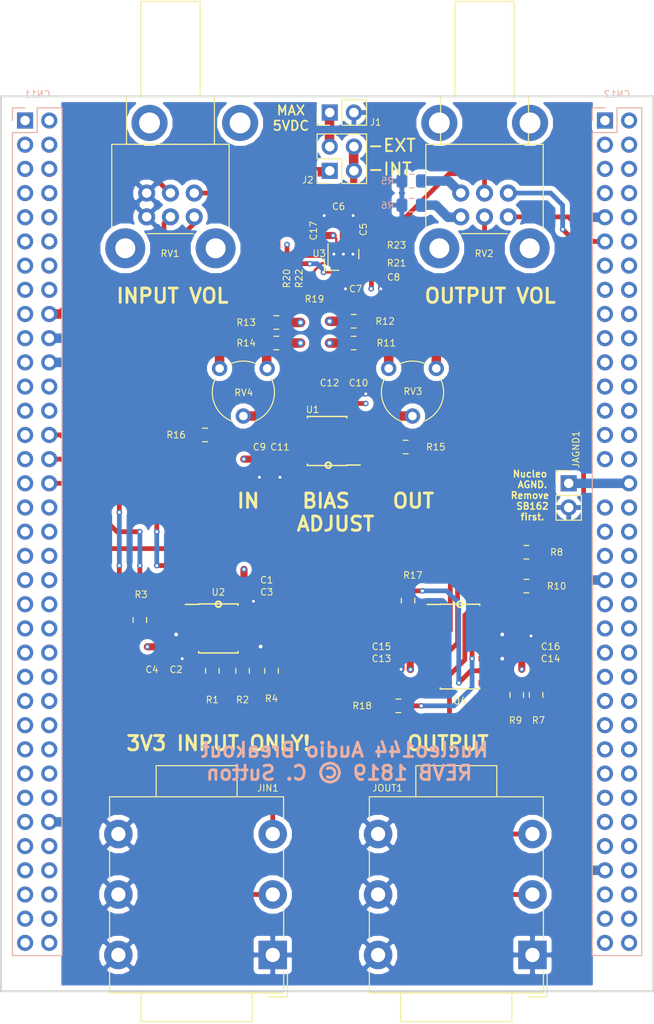
<source format=kicad_pcb>
(kicad_pcb (version 20171130) (host pcbnew "(5.0.0-3-g5ebb6b6)")
  (title_block (title "Nucleo 144 Audio Breakout") (date 2019-04-22) (rev RevA) (comment 1 "- Uses charge pump (U3) to get +/-5V from Nucleo144 regulator") (comment 2 "- Input and output bias adjust (trims)") (comment 3 "- Input and output gain adjust (pots)") (comment 4 "- Stereo 6.35mm input and output\r- Stereo 6.35mm input and output\r"))
  (layers (0 F.Cu signal) (1 In1.Cu power hide) (2 In2.Cu power hide) (31 B.Cu signal) (34 B.Paste user) (35 F.Paste user) (36 B.SilkS user) (37 F.SilkS user) (38 B.Mask user) (39 F.Mask user) (44 Edge.Cuts user))
  (net 0 "")
  (net 1 +5V)
  (net 2 -5V)
  (net 3 /PA4_DAC_OUT1)
  (net 4 /PA1_ADC1_IN2)
  (net 5 /PA0_ADC1_IN1)
  (net 6 /PA5_DAC_OUT2)
  (net 7 "Net-(JIN1-Pad3)")
  (net 8 "Net-(JIN1-Pad2)")
  (net 9 "Net-(JOUT1-Pad2)")
  (net 10 "Net-(JOUT1-Pad3)")
  (net 11 "Net-(R1-Pad1)")
  (net 12 /FLAT_LINE_ADJUST_IN)
  (net 13 "Net-(R2-Pad1)")
  (net 14 "Net-(R5-Pad2)")
  (net 15 "Net-(R6-Pad2)")
  (net 16 "Net-(R17-Pad2)")
  (net 17 /FLAT_LINE_ADJUST_OUT)
  (net 18 "Net-(R10-Pad2)")
  (net 19 "Net-(R11-Pad2)")
  (net 20 "Net-(R12-Pad1)")
  (net 21 "Net-(R13-Pad2)")
  (net 22 "Net-(R14-Pad1)")
  (net 23 "Net-(R15-Pad2)")
  (net 24 "Net-(R16-Pad2)")
  (net 25 "Net-(R17-Pad1)")
  (net 26 "Net-(R18-Pad1)")
  (net 27 "Net-(RV2-Pad5)")
  (net 28 "Net-(RV2-Pad2)")
  (net 29 "Net-(RV3-Pad2)")
  (net 30 "Net-(RV4-Pad2)")
  (net 31 GNDS)
  (net 32 /LM27762PSU/5V)
  (net 33 "Net-(C6-Pad1)")
  (net 34 "Net-(C6-Pad2)")
  (net 35 "Net-(C7-Pad2)")
  (net 36 VDD)
  (net 37 "Net-(CN12-Pad32)")
  (net 38 /LM27762PSU/VDDEXT)
  (net 39 "Net-(R19-Pad1)")
  (net 40 "Net-(R20-Pad1)")
  (net 41 "Net-(R21-Pad2)")
  (module MountingHole:MountingHole_2.2mm_M2_DIN965_Pad (layer F.Cu) (at 121.666 87.884)
    (fp_text reference REF** hide)
    (fp_text value MountingHole_2.2mm_M2_DIN965_Pad)
    (pad 1 thru_hole circle (at 0 0) (size 3.8 3.8) (drill 2.2) (layers *.Cu *.Mask))
  )
  (module MountingHole:MountingHole_2.2mm_M2_DIN965_Pad (layer F.Cu) (at 112.13 87.884)
    (fp_text reference REF** hide)
    (fp_text value MountingHole_2.2mm_M2_DIN965_Pad)
    (pad 1 thru_hole circle (at 0 0) (size 3.8 3.8) (drill 2.2) (layers *.Cu *.Mask))
  )
  (module MountingHole:MountingHole_2.2mm_M2_DIN965_Pad (layer F.Cu) (at 91.186 87.884)
    (fp_text reference REF** hide)
    (fp_text value MountingHole_2.2mm_M2_DIN965_Pad)
    (pad 1 thru_hole circle (at 0 0) (size 3.8 3.8) (drill 2.2) (layers *.Cu *.Mask))
  )
  (module MountingHole:MountingHole_2.2mm_M2_DIN965_Pad (layer F.Cu) (at 81.661 87.884)
    (fp_text reference REF** hide)
    (fp_text value MountingHole_2.2mm_M2_DIN965_Pad)
    (pad 1 thru_hole circle (at 0 0) (size 3.8 3.8) (drill 2.2) (layers *.Cu *.Mask))
  )
  (module Package_SO:SOIC-8_3.9x4.9mm_P1.27mm (layer F.Cu) (at 100.33 121.285 180)
    (fp_text reference U1 (at 1.524 3.302 180) (layer F.SilkS) (effects (font (size 0.7 0.7) (thickness 0.1))))
    (fp_text value TL072)
    (pad 8 smd rect (at 2.7 -1.905 180) (size 1.55 0.6) (layers F.Cu F.Paste F.Mask) (net 1 +5V))
    (pad 7 smd rect (at 2.7 -0.635 180) (size 1.55 0.6) (layers F.Cu F.Paste F.Mask) (net 12 /FLAT_LINE_ADJUST_IN))
    (pad 6 smd rect (at 2.7 0.635 180) (size 1.55 0.6) (layers F.Cu F.Paste F.Mask) (net 24 "Net-(R16-Pad2)"))
    (pad 5 smd rect (at 2.7 1.905 180) (size 1.55 0.6) (layers F.Cu F.Paste F.Mask) (net 30 "Net-(RV4-Pad2)"))
    (pad 4 smd rect (at -2.7 1.905 180) (size 1.55 0.6) (layers F.Cu F.Paste F.Mask) (net 2 -5V))
    (pad 3 smd rect (at -2.7 0.635 180) (size 1.55 0.6) (layers F.Cu F.Paste F.Mask) (net 29 "Net-(RV3-Pad2)"))
    (pad 2 smd rect (at -2.7 -0.635 180) (size 1.55 0.6) (layers F.Cu F.Paste F.Mask) (net 23 "Net-(R15-Pad2)"))
    (pad 1 smd rect (at -2.7 -1.905 180) (size 1.55 0.6) (layers F.Cu F.Paste F.Mask) (net 17 /FLAT_LINE_ADJUST_OUT))
  )
  (module Resistor_SMD:R_0805_2012Metric_Pad1.15x1.40mm_HandSolder (layer F.Cu) (at 94.488 145.415 270)
    (fp_text reference R4 (at 2.921 0) (layer F.SilkS) (effects (font (size 0.7 0.7) (thickness 0.1))))
    (fp_text value 1K)
    (pad 1 smd roundrect (at -1.025 0 270) (size 1.15 1.4) (layers F.Cu F.Paste F.Mask) (roundrect_rratio 0.217391) (net 4 /PA1_ADC1_IN2))
    (pad 2 smd roundrect (at 1.025 0 270) (size 1.15 1.4) (layers F.Cu F.Paste F.Mask) (roundrect_rratio 0.217391) (net 13 "Net-(R2-Pad1)"))
  )
  (module Package_SO:SOIC-8_3.9x4.9mm_P1.27mm (layer F.Cu) (at 88.9 140.97)
    (fp_text reference U2 (at 0 -3.81) (layer F.SilkS) (effects (font (size 0.7 0.7) (thickness 0.1))))
    (fp_text value TL072)
    (pad 8 smd rect (at 2.7 -1.905) (size 1.55 0.6) (layers F.Cu F.Paste F.Mask) (net 1 +5V))
    (pad 7 smd rect (at 2.7 -0.635) (size 1.55 0.6) (layers F.Cu F.Paste F.Mask) (net 4 /PA1_ADC1_IN2))
    (pad 6 smd rect (at 2.7 0.635) (size 1.55 0.6) (layers F.Cu F.Paste F.Mask) (net 13 "Net-(R2-Pad1)"))
    (pad 5 smd rect (at 2.7 1.905) (size 1.55 0.6) (layers F.Cu F.Paste F.Mask) (net 31 GNDS))
    (pad 4 smd rect (at -2.7 1.905) (size 1.55 0.6) (layers F.Cu F.Paste F.Mask) (net 2 -5V))
    (pad 3 smd rect (at -2.7 0.635) (size 1.55 0.6) (layers F.Cu F.Paste F.Mask) (net 31 GNDS))
    (pad 2 smd rect (at -2.7 -0.635) (size 1.55 0.6) (layers F.Cu F.Paste F.Mask) (net 11 "Net-(R1-Pad1)"))
    (pad 1 smd rect (at -2.7 -1.905) (size 1.55 0.6) (layers F.Cu F.Paste F.Mask) (net 5 /PA0_ADC1_IN1))
  )
  (module Neutric_NMJ6HFD4_Horizontal:Jack_3.5mm_Neutric_NMJ6HCD2_Horizontal (layer F.Cu) (at 94.615 175.26 180)
    (fp_text reference JIN1 (at 0.508 17.526 180) (layer F.SilkS) (effects (font (size 0.7 0.7) (thickness 0.1))))
    (fp_text value Neutrik_NMJ6HFD2_TRS)
    (pad 6 thru_hole circle (at 16.23 6.35 180) (size 3 3) (drill 1.5) (layers *.Cu *.Mask) (net 31 GNDS))
    (pad 5 thru_hole circle (at 16.23 12.7 180) (size 3 3) (drill 1.5) (layers *.Cu *.Mask) (net 31 GNDS))
    (pad 4 thru_hole circle (at 16.23 0 180) (size 3 3) (drill 1.5) (layers *.Cu *.Mask) (net 31 GNDS))
    (pad 3 thru_hole circle (at 0 6.35 180) (size 3 3) (drill 1.5) (layers *.Cu *.Mask) (net 7 "Net-(JIN1-Pad3)"))
    (pad 2 thru_hole circle (at 0 12.7 180) (size 3 3) (drill 1.5) (layers *.Cu *.Mask) (net 8 "Net-(JIN1-Pad2)"))
    (pad 1 thru_hole rect (at 0 0 180) (size 3 3) (drill 1.5) (layers *.Cu *.Mask) (net 31 GNDS))
  )
  (module Resistor_SMD:R_0805_2012Metric_Pad1.15x1.40mm_HandSolder (layer F.Cu) (at 121.285 136.525)
    (fp_text reference R10 (at 3.175 0) (layer F.SilkS) (effects (font (size 0.7 0.7) (thickness 0.1))))
    (fp_text value 1K)
    (pad 2 smd roundrect (at 1.025 0) (size 1.15 1.4) (layers F.Cu F.Paste F.Mask) (roundrect_rratio 0.217391) (net 18 "Net-(R10-Pad2)"))
    (pad 1 smd roundrect (at -1.025 0) (size 1.15 1.4) (layers F.Cu F.Paste F.Mask) (roundrect_rratio 0.217391) (net 10 "Net-(JOUT1-Pad3)"))
  )
  (module Connector_PinSocket_2.54mm:PinSocket_2x35_P2.54mm_Vertical (layer B.Cu) (at 68.58 87.63 180)
    (fp_text reference CN11 (at -1.27 2.77 180) (layer B.SilkS) (effects (font (size 0.7 0.7) (thickness 0.1)) (justify mirror)))
    (fp_text value Nucleo144_Morpho)
    (pad 70 thru_hole oval (at -2.54 -86.36 180) (size 1.7 1.7) (drill 1) (layers *.Cu *.Mask))
    (pad 69 thru_hole oval (at 0 -86.36 180) (size 1.7 1.7) (drill 1) (layers *.Cu *.Mask))
    (pad 68 thru_hole oval (at -2.54 -83.82 180) (size 1.7 1.7) (drill 1) (layers *.Cu *.Mask))
    (pad 67 thru_hole oval (at 0 -83.82 180) (size 1.7 1.7) (drill 1) (layers *.Cu *.Mask))
    (pad 66 thru_hole oval (at -2.54 -81.28 180) (size 1.7 1.7) (drill 1) (layers *.Cu *.Mask))
    (pad 65 thru_hole oval (at 0 -81.28 180) (size 1.7 1.7) (drill 1) (layers *.Cu *.Mask))
    (pad 64 thru_hole oval (at -2.54 -78.74 180) (size 1.7 1.7) (drill 1) (layers *.Cu *.Mask))
    (pad 63 thru_hole oval (at 0 -78.74 180) (size 1.7 1.7) (drill 1) (layers *.Cu *.Mask))
    (pad 62 thru_hole oval (at -2.54 -76.2 180) (size 1.7 1.7) (drill 1) (layers *.Cu *.Mask))
    (pad 61 thru_hole oval (at 0 -76.2 180) (size 1.7 1.7) (drill 1) (layers *.Cu *.Mask))
    (pad 60 thru_hole oval (at -2.54 -73.66 180) (size 1.7 1.7) (drill 1) (layers *.Cu *.Mask) (net 31 GNDS))
    (pad 59 thru_hole oval (at 0 -73.66 180) (size 1.7 1.7) (drill 1) (layers *.Cu *.Mask))
    (pad 58 thru_hole oval (at -2.54 -71.12 180) (size 1.7 1.7) (drill 1) (layers *.Cu *.Mask))
    (pad 57 thru_hole oval (at 0 -71.12 180) (size 1.7 1.7) (drill 1) (layers *.Cu *.Mask))
    (pad 56 thru_hole oval (at -2.54 -68.58 180) (size 1.7 1.7) (drill 1) (layers *.Cu *.Mask))
    (pad 55 thru_hole oval (at 0 -68.58 180) (size 1.7 1.7) (drill 1) (layers *.Cu *.Mask))
    (pad 54 thru_hole oval (at -2.54 -66.04 180) (size 1.7 1.7) (drill 1) (layers *.Cu *.Mask))
    (pad 53 thru_hole oval (at 0 -66.04 180) (size 1.7 1.7) (drill 1) (layers *.Cu *.Mask))
    (pad 52 thru_hole oval (at -2.54 -63.5 180) (size 1.7 1.7) (drill 1) (layers *.Cu *.Mask))
    (pad 51 thru_hole oval (at 0 -63.5 180) (size 1.7 1.7) (drill 1) (layers *.Cu *.Mask))
    (pad 50 thru_hole oval (at -2.54 -60.96 180) (size 1.7 1.7) (drill 1) (layers *.Cu *.Mask))
    (pad 49 thru_hole oval (at 0 -60.96 180) (size 1.7 1.7) (drill 1) (layers *.Cu *.Mask))
    (pad 48 thru_hole oval (at -2.54 -58.42 180) (size 1.7 1.7) (drill 1) (layers *.Cu *.Mask))
    (pad 47 thru_hole oval (at 0 -58.42 180) (size 1.7 1.7) (drill 1) (layers *.Cu *.Mask))
    (pad 46 thru_hole oval (at -2.54 -55.88 180) (size 1.7 1.7) (drill 1) (layers *.Cu *.Mask))
    (pad 45 thru_hole oval (at 0 -55.88 180) (size 1.7 1.7) (drill 1) (layers *.Cu *.Mask))
    (pad 44 thru_hole oval (at -2.54 -53.34 180) (size 1.7 1.7) (drill 1) (layers *.Cu *.Mask))
    (pad 43 thru_hole oval (at 0 -53.34 180) (size 1.7 1.7) (drill 1) (layers *.Cu *.Mask))
    (pad 42 thru_hole oval (at -2.54 -50.8 180) (size 1.7 1.7) (drill 1) (layers *.Cu *.Mask))
    (pad 41 thru_hole oval (at 0 -50.8 180) (size 1.7 1.7) (drill 1) (layers *.Cu *.Mask))
    (pad 40 thru_hole oval (at -2.54 -48.26 180) (size 1.7 1.7) (drill 1) (layers *.Cu *.Mask))
    (pad 39 thru_hole oval (at 0 -48.26 180) (size 1.7 1.7) (drill 1) (layers *.Cu *.Mask))
    (pad 38 thru_hole oval (at -2.54 -45.72 180) (size 1.7 1.7) (drill 1) (layers *.Cu *.Mask))
    (pad 37 thru_hole oval (at 0 -45.72 180) (size 1.7 1.7) (drill 1) (layers *.Cu *.Mask))
    (pad 36 thru_hole oval (at -2.54 -43.18 180) (size 1.7 1.7) (drill 1) (layers *.Cu *.Mask))
    (pad 35 thru_hole oval (at 0 -43.18 180) (size 1.7 1.7) (drill 1) (layers *.Cu *.Mask))
    (pad 34 thru_hole oval (at -2.54 -40.64 180) (size 1.7 1.7) (drill 1) (layers *.Cu *.Mask))
    (pad 33 thru_hole oval (at 0 -40.64 180) (size 1.7 1.7) (drill 1) (layers *.Cu *.Mask))
    (pad 32 thru_hole oval (at -2.54 -38.1 180) (size 1.7 1.7) (drill 1) (layers *.Cu *.Mask) (net 3 /PA4_DAC_OUT1))
    (pad 31 thru_hole oval (at 0 -38.1 180) (size 1.7 1.7) (drill 1) (layers *.Cu *.Mask))
    (pad 30 thru_hole oval (at -2.54 -35.56 180) (size 1.7 1.7) (drill 1) (layers *.Cu *.Mask) (net 4 /PA1_ADC1_IN2))
    (pad 29 thru_hole oval (at 0 -35.56 180) (size 1.7 1.7) (drill 1) (layers *.Cu *.Mask))
    (pad 28 thru_hole oval (at -2.54 -33.02 180) (size 1.7 1.7) (drill 1) (layers *.Cu *.Mask) (net 5 /PA0_ADC1_IN1))
    (pad 27 thru_hole oval (at 0 -33.02 180) (size 1.7 1.7) (drill 1) (layers *.Cu *.Mask))
    (pad 26 thru_hole oval (at -2.54 -30.48 180) (size 1.7 1.7) (drill 1) (layers *.Cu *.Mask))
    (pad 25 thru_hole oval (at 0 -30.48 180) (size 1.7 1.7) (drill 1) (layers *.Cu *.Mask))
    (pad 24 thru_hole oval (at -2.54 -27.94 180) (size 1.7 1.7) (drill 1) (layers *.Cu *.Mask))
    (pad 23 thru_hole oval (at 0 -27.94 180) (size 1.7 1.7) (drill 1) (layers *.Cu *.Mask))
    (pad 22 thru_hole oval (at -2.54 -25.4 180) (size 1.7 1.7) (drill 1) (layers *.Cu *.Mask) (net 31 GNDS))
    (pad 21 thru_hole oval (at 0 -25.4 180) (size 1.7 1.7) (drill 1) (layers *.Cu *.Mask))
    (pad 20 thru_hole oval (at -2.54 -22.86 180) (size 1.7 1.7) (drill 1) (layers *.Cu *.Mask) (net 31 GNDS))
    (pad 19 thru_hole oval (at 0 -22.86 180) (size 1.7 1.7) (drill 1) (layers *.Cu *.Mask))
    (pad 18 thru_hole oval (at -2.54 -20.32 180) (size 1.7 1.7) (drill 1) (layers *.Cu *.Mask) (net 36 VDD))
    (pad 17 thru_hole oval (at 0 -20.32 180) (size 1.7 1.7) (drill 1) (layers *.Cu *.Mask))
    (pad 16 thru_hole oval (at -2.54 -17.78 180) (size 1.7 1.7) (drill 1) (layers *.Cu *.Mask))
    (pad 15 thru_hole oval (at 0 -17.78 180) (size 1.7 1.7) (drill 1) (layers *.Cu *.Mask))
    (pad 14 thru_hole oval (at -2.54 -15.24 180) (size 1.7 1.7) (drill 1) (layers *.Cu *.Mask))
    (pad 13 thru_hole oval (at 0 -15.24 180) (size 1.7 1.7) (drill 1) (layers *.Cu *.Mask))
    (pad 12 thru_hole oval (at -2.54 -12.7 180) (size 1.7 1.7) (drill 1) (layers *.Cu *.Mask))
    (pad 11 thru_hole oval (at 0 -12.7 180) (size 1.7 1.7) (drill 1) (layers *.Cu *.Mask))
    (pad 10 thru_hole oval (at -2.54 -10.16 180) (size 1.7 1.7) (drill 1) (layers *.Cu *.Mask))
    (pad 9 thru_hole oval (at 0 -10.16 180) (size 1.7 1.7) (drill 1) (layers *.Cu *.Mask))
    (pad 8 thru_hole oval (at -2.54 -7.62 180) (size 1.7 1.7) (drill 1) (layers *.Cu *.Mask))
    (pad 7 thru_hole oval (at 0 -7.62 180) (size 1.7 1.7) (drill 1) (layers *.Cu *.Mask))
    (pad 6 thru_hole oval (at -2.54 -5.08 180) (size 1.7 1.7) (drill 1) (layers *.Cu *.Mask))
    (pad 5 thru_hole oval (at 0 -5.08 180) (size 1.7 1.7) (drill 1) (layers *.Cu *.Mask))
    (pad 4 thru_hole oval (at -2.54 -2.54 180) (size 1.7 1.7) (drill 1) (layers *.Cu *.Mask))
    (pad 3 thru_hole oval (at 0 -2.54 180) (size 1.7 1.7) (drill 1) (layers *.Cu *.Mask))
    (pad 2 thru_hole oval (at -2.54 0 180) (size 1.7 1.7) (drill 1) (layers *.Cu *.Mask))
    (pad 1 thru_hole rect (at 0 0 180) (size 1.7 1.7) (drill 1) (layers *.Cu *.Mask))
  )
  (module Connector_PinSocket_2.54mm:PinSocket_2x35_P2.54mm_Vertical (layer B.Cu) (at 129.54 87.63 180)
    (fp_text reference CN12 (at -1.27 2.77 180) (layer B.SilkS) (effects (font (size 0.7 0.7) (thickness 0.1)) (justify mirror)))
    (fp_text value Nucleo144_Morpho)
    (pad 1 thru_hole rect (at 0 0 180) (size 1.7 1.7) (drill 1) (layers *.Cu *.Mask))
    (pad 2 thru_hole oval (at -2.54 0 180) (size 1.7 1.7) (drill 1) (layers *.Cu *.Mask))
    (pad 3 thru_hole oval (at 0 -2.54 180) (size 1.7 1.7) (drill 1) (layers *.Cu *.Mask))
    (pad 4 thru_hole oval (at -2.54 -2.54 180) (size 1.7 1.7) (drill 1) (layers *.Cu *.Mask))
    (pad 5 thru_hole oval (at 0 -5.08 180) (size 1.7 1.7) (drill 1) (layers *.Cu *.Mask))
    (pad 6 thru_hole oval (at -2.54 -5.08 180) (size 1.7 1.7) (drill 1) (layers *.Cu *.Mask))
    (pad 7 thru_hole oval (at 0 -7.62 180) (size 1.7 1.7) (drill 1) (layers *.Cu *.Mask))
    (pad 8 thru_hole oval (at -2.54 -7.62 180) (size 1.7 1.7) (drill 1) (layers *.Cu *.Mask))
    (pad 9 thru_hole oval (at 0 -10.16 180) (size 1.7 1.7) (drill 1) (layers *.Cu *.Mask) (net 31 GNDS))
    (pad 10 thru_hole oval (at -2.54 -10.16 180) (size 1.7 1.7) (drill 1) (layers *.Cu *.Mask))
    (pad 11 thru_hole oval (at 0 -12.7 180) (size 1.7 1.7) (drill 1) (layers *.Cu *.Mask) (net 6 /PA5_DAC_OUT2))
    (pad 12 thru_hole oval (at -2.54 -12.7 180) (size 1.7 1.7) (drill 1) (layers *.Cu *.Mask))
    (pad 13 thru_hole oval (at 0 -15.24 180) (size 1.7 1.7) (drill 1) (layers *.Cu *.Mask))
    (pad 14 thru_hole oval (at -2.54 -15.24 180) (size 1.7 1.7) (drill 1) (layers *.Cu *.Mask))
    (pad 15 thru_hole oval (at 0 -17.78 180) (size 1.7 1.7) (drill 1) (layers *.Cu *.Mask))
    (pad 16 thru_hole oval (at -2.54 -17.78 180) (size 1.7 1.7) (drill 1) (layers *.Cu *.Mask))
    (pad 17 thru_hole oval (at 0 -20.32 180) (size 1.7 1.7) (drill 1) (layers *.Cu *.Mask))
    (pad 18 thru_hole oval (at -2.54 -20.32 180) (size 1.7 1.7) (drill 1) (layers *.Cu *.Mask))
    (pad 19 thru_hole oval (at 0 -22.86 180) (size 1.7 1.7) (drill 1) (layers *.Cu *.Mask))
    (pad 20 thru_hole oval (at -2.54 -22.86 180) (size 1.7 1.7) (drill 1) (layers *.Cu *.Mask))
    (pad 21 thru_hole oval (at 0 -25.4 180) (size 1.7 1.7) (drill 1) (layers *.Cu *.Mask))
    (pad 22 thru_hole oval (at -2.54 -25.4 180) (size 1.7 1.7) (drill 1) (layers *.Cu *.Mask))
    (pad 23 thru_hole oval (at 0 -27.94 180) (size 1.7 1.7) (drill 1) (layers *.Cu *.Mask))
    (pad 24 thru_hole oval (at -2.54 -27.94 180) (size 1.7 1.7) (drill 1) (layers *.Cu *.Mask))
    (pad 25 thru_hole oval (at 0 -30.48 180) (size 1.7 1.7) (drill 1) (layers *.Cu *.Mask))
    (pad 26 thru_hole oval (at -2.54 -30.48 180) (size 1.7 1.7) (drill 1) (layers *.Cu *.Mask))
    (pad 27 thru_hole oval (at 0 -33.02 180) (size 1.7 1.7) (drill 1) (layers *.Cu *.Mask))
    (pad 28 thru_hole oval (at -2.54 -33.02 180) (size 1.7 1.7) (drill 1) (layers *.Cu *.Mask))
    (pad 29 thru_hole oval (at 0 -35.56 180) (size 1.7 1.7) (drill 1) (layers *.Cu *.Mask))
    (pad 30 thru_hole oval (at -2.54 -35.56 180) (size 1.7 1.7) (drill 1) (layers *.Cu *.Mask))
    (pad 32 thru_hole oval (at -2.54 -38.1 180) (size 1.7 1.7) (drill 1) (layers *.Cu *.Mask) (net 37 "Net-(CN12-Pad32)"))
    (pad 33 thru_hole oval (at 0 -40.64 180) (size 1.7 1.7) (drill 1) (layers *.Cu *.Mask))
    (pad 34 thru_hole oval (at -2.54 -40.64 180) (size 1.7 1.7) (drill 1) (layers *.Cu *.Mask))
    (pad 35 thru_hole oval (at 0 -43.18 180) (size 1.7 1.7) (drill 1) (layers *.Cu *.Mask))
    (pad 36 thru_hole oval (at -2.54 -43.18 180) (size 1.7 1.7) (drill 1) (layers *.Cu *.Mask))
    (pad 37 thru_hole oval (at 0 -45.72 180) (size 1.7 1.7) (drill 1) (layers *.Cu *.Mask))
    (pad 38 thru_hole oval (at -2.54 -45.72 180) (size 1.7 1.7) (drill 1) (layers *.Cu *.Mask))
    (pad 39 thru_hole oval (at 0 -48.26 180) (size 1.7 1.7) (drill 1) (layers *.Cu *.Mask) (net 31 GNDS))
    (pad 40 thru_hole oval (at -2.54 -48.26 180) (size 1.7 1.7) (drill 1) (layers *.Cu *.Mask))
    (pad 41 thru_hole oval (at 0 -50.8 180) (size 1.7 1.7) (drill 1) (layers *.Cu *.Mask))
    (pad 42 thru_hole oval (at -2.54 -50.8 180) (size 1.7 1.7) (drill 1) (layers *.Cu *.Mask))
    (pad 43 thru_hole oval (at 0 -53.34 180) (size 1.7 1.7) (drill 1) (layers *.Cu *.Mask))
    (pad 44 thru_hole oval (at -2.54 -53.34 180) (size 1.7 1.7) (drill 1) (layers *.Cu *.Mask))
    (pad 45 thru_hole oval (at 0 -55.88 180) (size 1.7 1.7) (drill 1) (layers *.Cu *.Mask))
    (pad 46 thru_hole oval (at -2.54 -55.88 180) (size 1.7 1.7) (drill 1) (layers *.Cu *.Mask))
    (pad 47 thru_hole oval (at 0 -58.42 180) (size 1.7 1.7) (drill 1) (layers *.Cu *.Mask))
    (pad 48 thru_hole oval (at -2.54 -58.42 180) (size 1.7 1.7) (drill 1) (layers *.Cu *.Mask))
    (pad 49 thru_hole oval (at 0 -60.96 180) (size 1.7 1.7) (drill 1) (layers *.Cu *.Mask))
    (pad 50 thru_hole oval (at -2.54 -60.96 180) (size 1.7 1.7) (drill 1) (layers *.Cu *.Mask))
    (pad 51 thru_hole oval (at 0 -63.5 180) (size 1.7 1.7) (drill 1) (layers *.Cu *.Mask))
    (pad 52 thru_hole oval (at -2.54 -63.5 180) (size 1.7 1.7) (drill 1) (layers *.Cu *.Mask))
    (pad 53 thru_hole oval (at 0 -66.04 180) (size 1.7 1.7) (drill 1) (layers *.Cu *.Mask))
    (pad 54 thru_hole oval (at -2.54 -66.04 180) (size 1.7 1.7) (drill 1) (layers *.Cu *.Mask))
    (pad 55 thru_hole oval (at 0 -68.58 180) (size 1.7 1.7) (drill 1) (layers *.Cu *.Mask))
    (pad 56 thru_hole oval (at -2.54 -68.58 180) (size 1.7 1.7) (drill 1) (layers *.Cu *.Mask))
    (pad 57 thru_hole oval (at 0 -71.12 180) (size 1.7 1.7) (drill 1) (layers *.Cu *.Mask))
    (pad 58 thru_hole oval (at -2.54 -71.12 180) (size 1.7 1.7) (drill 1) (layers *.Cu *.Mask))
    (pad 59 thru_hole oval (at 0 -73.66 180) (size 1.7 1.7) (drill 1) (layers *.Cu *.Mask))
    (pad 60 thru_hole oval (at -2.54 -73.66 180) (size 1.7 1.7) (drill 1) (layers *.Cu *.Mask))
    (pad 61 thru_hole oval (at 0 -76.2 180) (size 1.7 1.7) (drill 1) (layers *.Cu *.Mask))
    (pad 62 thru_hole oval (at -2.54 -76.2 180) (size 1.7 1.7) (drill 1) (layers *.Cu *.Mask))
    (pad 63 thru_hole oval (at 0 -78.74 180) (size 1.7 1.7) (drill 1) (layers *.Cu *.Mask) (net 31 GNDS))
    (pad 64 thru_hole oval (at -2.54 -78.74 180) (size 1.7 1.7) (drill 1) (layers *.Cu *.Mask))
    (pad 65 thru_hole oval (at 0 -81.28 180) (size 1.7 1.7) (drill 1) (layers *.Cu *.Mask))
    (pad 66 thru_hole oval (at -2.54 -81.28 180) (size 1.7 1.7) (drill 1) (layers *.Cu *.Mask))
    (pad 67 thru_hole oval (at 0 -83.82 180) (size 1.7 1.7) (drill 1) (layers *.Cu *.Mask))
    (pad 68 thru_hole oval (at -2.54 -83.82 180) (size 1.7 1.7) (drill 1) (layers *.Cu *.Mask))
    (pad 69 thru_hole oval (at 0 -86.36 180) (size 1.7 1.7) (drill 1) (layers *.Cu *.Mask))
    (pad 70 thru_hole oval (at -2.54 -86.36 180) (size 1.7 1.7) (drill 1) (layers *.Cu *.Mask))
  )
  (module Neutric_NMJ6HFD4_Horizontal:Jack_3.5mm_Neutric_NMJ6HCD2_Horizontal (layer F.Cu) (at 121.92 175.26 180)
    (fp_text reference JOUT1 (at 15.24 17.526 180) (layer F.SilkS) (effects (font (size 0.7 0.7) (thickness 0.1))))
    (fp_text value Neutrik_NMJ6HFD2_TRS)
    (pad 1 thru_hole rect (at 0 0 180) (size 3 3) (drill 1.5) (layers *.Cu *.Mask) (net 31 GNDS))
    (pad 2 thru_hole circle (at 0 12.7 180) (size 3 3) (drill 1.5) (layers *.Cu *.Mask) (net 9 "Net-(JOUT1-Pad2)"))
    (pad 3 thru_hole circle (at 0 6.35 180) (size 3 3) (drill 1.5) (layers *.Cu *.Mask) (net 10 "Net-(JOUT1-Pad3)"))
    (pad 4 thru_hole circle (at 16.23 0 180) (size 3 3) (drill 1.5) (layers *.Cu *.Mask) (net 31 GNDS))
    (pad 5 thru_hole circle (at 16.23 12.7 180) (size 3 3) (drill 1.5) (layers *.Cu *.Mask) (net 31 GNDS))
    (pad 6 thru_hole circle (at 16.23 6.35 180) (size 3 3) (drill 1.5) (layers *.Cu *.Mask) (net 31 GNDS))
  )
  (module Potentiometer_THT:Potentiometer_Piher_PT-6-V_Vertical (layer F.Cu) (at 106.807 113.665 270)
    (fp_text reference RV3 (at 2.413 -2.54) (layer F.SilkS) (effects (font (size 0.7 0.7) (thickness 0.1))))
    (fp_text value 100K)
    (pad 3 thru_hole circle (at 0 -5 270) (size 1.62 1.62) (drill 0.9) (layers *.Cu *.Mask) (net 20 "Net-(R12-Pad1)"))
    (pad 2 thru_hole circle (at 5 -2.5 270) (size 1.62 1.62) (drill 0.9) (layers *.Cu *.Mask) (net 29 "Net-(RV3-Pad2)"))
    (pad 1 thru_hole circle (at 0 0 270) (size 1.62 1.62) (drill 0.9) (layers *.Cu *.Mask) (net 19 "Net-(R11-Pad2)"))
  )
  (module Potentiometer_THT:Potentiometer_Piher_PT-6-V_Vertical (layer F.Cu) (at 89.027 113.665 270)
    (fp_text reference RV4 (at 2.54 -2.54) (layer F.SilkS) (effects (font (size 0.7 0.7) (thickness 0.1))))
    (fp_text value 100K)
    (pad 3 thru_hole circle (at 0 -5 270) (size 1.62 1.62) (drill 0.9) (layers *.Cu *.Mask) (net 22 "Net-(R14-Pad1)"))
    (pad 2 thru_hole circle (at 5 -2.5 270) (size 1.62 1.62) (drill 0.9) (layers *.Cu *.Mask) (net 30 "Net-(RV4-Pad2)"))
    (pad 1 thru_hole circle (at 0 0 270) (size 1.62 1.62) (drill 0.9) (layers *.Cu *.Mask) (net 21 "Net-(R13-Pad2)"))
  )
  (module Resistor_SMD:R_0805_2012Metric_Pad1.15x1.40mm_HandSolder (layer F.Cu) (at 88.265 145.415 270)
    (fp_text reference R1 (at 3.048 0) (layer F.SilkS) (effects (font (size 0.7 0.7) (thickness 0.1))))
    (fp_text value 1K)
    (pad 2 smd roundrect (at 1.025 0 270) (size 1.15 1.4) (layers F.Cu F.Paste F.Mask) (roundrect_rratio 0.217391) (net 12 /FLAT_LINE_ADJUST_IN))
    (pad 1 smd roundrect (at -1.025 0 270) (size 1.15 1.4) (layers F.Cu F.Paste F.Mask) (roundrect_rratio 0.217391) (net 11 "Net-(R1-Pad1)"))
  )
  (module Resistor_SMD:R_0805_2012Metric_Pad1.15x1.40mm_HandSolder (layer F.Cu) (at 91.44 145.415 270)
    (fp_text reference R2 (at 3.048 0) (layer F.SilkS) (effects (font (size 0.7 0.7) (thickness 0.1))))
    (fp_text value 1K)
    (pad 1 smd roundrect (at -1.025 0 270) (size 1.15 1.4) (layers F.Cu F.Paste F.Mask) (roundrect_rratio 0.217391) (net 13 "Net-(R2-Pad1)"))
    (pad 2 smd roundrect (at 1.025 0 270) (size 1.15 1.4) (layers F.Cu F.Paste F.Mask) (roundrect_rratio 0.217391) (net 12 /FLAT_LINE_ADJUST_IN))
  )
  (module Resistor_SMD:R_0805_2012Metric_Pad1.15x1.40mm_HandSolder (layer F.Cu) (at 80.645 140.09 270)
    (fp_text reference R3 (at -2.676 -0.127) (layer F.SilkS) (effects (font (size 0.7 0.7) (thickness 0.1))))
    (fp_text value 1K)
    (pad 1 smd roundrect (at -1.025 0 270) (size 1.15 1.4) (layers F.Cu F.Paste F.Mask) (roundrect_rratio 0.217391) (net 5 /PA0_ADC1_IN1))
    (pad 2 smd roundrect (at 1.025 0 270) (size 1.15 1.4) (layers F.Cu F.Paste F.Mask) (roundrect_rratio 0.217391) (net 11 "Net-(R1-Pad1)"))
  )
  (module Resistor_SMD:R_0805_2012Metric_Pad1.15x1.40mm_HandSolder (layer F.Cu) (at 122.301 147.955 270)
    (fp_text reference R7 (at 2.667 -0.254) (layer F.SilkS) (effects (font (size 0.7 0.7) (thickness 0.1))))
    (fp_text value 1K)
    (pad 1 smd roundrect (at -1.025 0 270) (size 1.15 1.4) (layers F.Cu F.Paste F.Mask) (roundrect_rratio 0.217391) (net 16 "Net-(R17-Pad2)"))
    (pad 2 smd roundrect (at 1.025 0 270) (size 1.15 1.4) (layers F.Cu F.Paste F.Mask) (roundrect_rratio 0.217391) (net 17 /FLAT_LINE_ADJUST_OUT))
  )
  (module Resistor_SMD:R_0805_2012Metric_Pad1.15x1.40mm_HandSolder (layer F.Cu) (at 121.285 132.969)
    (fp_text reference R8 (at 3.175 0) (layer F.SilkS) (effects (font (size 0.7 0.7) (thickness 0.1))))
    (fp_text value 1K)
    (pad 2 smd roundrect (at 1.025 0) (size 1.15 1.4) (layers F.Cu F.Paste F.Mask) (roundrect_rratio 0.217391) (net 17 /FLAT_LINE_ADJUST_OUT))
    (pad 1 smd roundrect (at -1.025 0) (size 1.15 1.4) (layers F.Cu F.Paste F.Mask) (roundrect_rratio 0.217391) (net 18 "Net-(R10-Pad2)"))
  )
  (module Resistor_SMD:R_0805_2012Metric_Pad1.15x1.40mm_HandSolder (layer F.Cu) (at 120.269 147.955 90)
    (fp_text reference R9 (at -2.667 -0.127 180) (layer F.SilkS) (effects (font (size 0.7 0.7) (thickness 0.1))))
    (fp_text value 1K)
    (pad 2 smd roundrect (at 1.025 0 90) (size 1.15 1.4) (layers F.Cu F.Paste F.Mask) (roundrect_rratio 0.217391) (net 16 "Net-(R17-Pad2)"))
    (pad 1 smd roundrect (at -1.025 0 90) (size 1.15 1.4) (layers F.Cu F.Paste F.Mask) (roundrect_rratio 0.217391) (net 9 "Net-(JOUT1-Pad2)"))
  )
  (module Resistor_SMD:R_0805_2012Metric_Pad1.15x1.40mm_HandSolder (layer F.Cu) (at 103.124 110.998)
    (fp_text reference R11 (at 3.429 0 -180) (layer F.SilkS) (effects (font (size 0.7 0.7) (thickness 0.1))))
    (fp_text value 1K)
    (pad 1 smd roundrect (at -1.025 0) (size 1.15 1.4) (layers F.Cu F.Paste F.Mask) (roundrect_rratio 0.217391) (net 1 +5V))
    (pad 2 smd roundrect (at 1.025 0) (size 1.15 1.4) (layers F.Cu F.Paste F.Mask) (roundrect_rratio 0.217391) (net 19 "Net-(R11-Pad2)"))
  )
  (module Resistor_SMD:R_0805_2012Metric_Pad1.15x1.40mm_HandSolder (layer F.Cu) (at 103.124 108.712 180)
    (fp_text reference R12 (at -3.302 0 180) (layer F.SilkS) (effects (font (size 0.7 0.7) (thickness 0.1))))
    (fp_text value 1K)
    (pad 1 smd roundrect (at -1.025 0 180) (size 1.15 1.4) (layers F.Cu F.Paste F.Mask) (roundrect_rratio 0.217391) (net 20 "Net-(R12-Pad1)"))
    (pad 2 smd roundrect (at 1.025 0 180) (size 1.15 1.4) (layers F.Cu F.Paste F.Mask) (roundrect_rratio 0.217391) (net 2 -5V))
  )
  (module Resistor_SMD:R_0805_2012Metric_Pad1.15x1.40mm_HandSolder (layer F.Cu) (at 94.996 108.839 180)
    (fp_text reference R13 (at 3.175 0) (layer F.SilkS) (effects (font (size 0.7 0.7) (thickness 0.1))))
    (fp_text value 1K)
    (pad 2 smd roundrect (at 1.025 0 180) (size 1.15 1.4) (layers F.Cu F.Paste F.Mask) (roundrect_rratio 0.217391) (net 21 "Net-(R13-Pad2)"))
    (pad 1 smd roundrect (at -1.025 0 180) (size 1.15 1.4) (layers F.Cu F.Paste F.Mask) (roundrect_rratio 0.217391) (net 1 +5V))
  )
  (module Resistor_SMD:R_0805_2012Metric_Pad1.15x1.40mm_HandSolder (layer F.Cu) (at 94.996 110.998)
    (fp_text reference R14 (at -3.175 0 180) (layer F.SilkS) (effects (font (size 0.7 0.7) (thickness 0.1))))
    (fp_text value 1K)
    (pad 1 smd roundrect (at -1.025 0) (size 1.15 1.4) (layers F.Cu F.Paste F.Mask) (roundrect_rratio 0.217391) (net 22 "Net-(R14-Pad1)"))
    (pad 2 smd roundrect (at 1.025 0) (size 1.15 1.4) (layers F.Cu F.Paste F.Mask) (roundrect_rratio 0.217391) (net 2 -5V))
  )
  (module Resistor_SMD:R_0805_2012Metric_Pad1.15x1.40mm_HandSolder (layer F.Cu) (at 108.585 121.92 180)
    (fp_text reference R15 (at -3.175 0) (layer F.SilkS) (effects (font (size 0.7 0.7) (thickness 0.1))))
    (fp_text value 1K)
    (pad 2 smd roundrect (at 1.025 0 180) (size 1.15 1.4) (layers F.Cu F.Paste F.Mask) (roundrect_rratio 0.217391) (net 23 "Net-(R15-Pad2)"))
    (pad 1 smd roundrect (at -1.025 0 180) (size 1.15 1.4) (layers F.Cu F.Paste F.Mask) (roundrect_rratio 0.217391) (net 17 /FLAT_LINE_ADJUST_OUT))
  )
  (module Resistor_SMD:R_0805_2012Metric_Pad1.15x1.40mm_HandSolder (layer F.Cu) (at 87.503 120.65)
    (fp_text reference R16 (at -3.048 0 -180) (layer F.SilkS) (effects (font (size 0.7 0.7) (thickness 0.1))))
    (fp_text value 1K)
    (pad 2 smd roundrect (at 1.025 0) (size 1.15 1.4) (layers F.Cu F.Paste F.Mask) (roundrect_rratio 0.217391) (net 24 "Net-(R16-Pad2)"))
    (pad 1 smd roundrect (at -1.025 0) (size 1.15 1.4) (layers F.Cu F.Paste F.Mask) (roundrect_rratio 0.217391) (net 12 /FLAT_LINE_ADJUST_IN))
  )
  (module Resistor_SMD:R_0805_2012Metric_Pad1.15x1.40mm_HandSolder (layer F.Cu) (at 108.839 138.049 90)
    (fp_text reference R17 (at 2.667 0.508 180) (layer F.SilkS) (effects (font (size 0.7 0.7) (thickness 0.1))))
    (fp_text value 1k)
    (pad 2 smd roundrect (at 1.025 0 90) (size 1.15 1.4) (layers F.Cu F.Paste F.Mask) (roundrect_rratio 0.217391) (net 16 "Net-(R17-Pad2)"))
    (pad 1 smd roundrect (at -1.025 0 90) (size 1.15 1.4) (layers F.Cu F.Paste F.Mask) (roundrect_rratio 0.217391) (net 25 "Net-(R17-Pad1)"))
  )
  (module Resistor_SMD:R_0805_2012Metric_Pad1.15x1.40mm_HandSolder (layer F.Cu) (at 107.823 149.098)
    (fp_text reference R18 (at -3.81 0) (layer F.SilkS) (effects (font (size 0.7 0.7) (thickness 0.1))))
    (fp_text value 1k)
    (pad 1 smd roundrect (at -1.025 0) (size 1.15 1.4) (layers F.Cu F.Paste F.Mask) (roundrect_rratio 0.217391) (net 26 "Net-(R18-Pad1)"))
    (pad 2 smd roundrect (at 1.025 0) (size 1.15 1.4) (layers F.Cu F.Paste F.Mask) (roundrect_rratio 0.217391) (net 18 "Net-(R10-Pad2)"))
  )
  (module Package_SO:SOIC-14_3.9x8.7mm_P1.27mm (layer F.Cu) (at 114.3 142.875)
    (fp_text reference U4 (at 0 5.715) (layer F.SilkS) (effects (font (size 0.7 0.7) (thickness 0.1))))
    (fp_text value TL074)
    (pad 1 smd rect (at -2.7 -3.81) (size 1.5 0.6) (layers F.Cu F.Paste F.Mask) (net 25 "Net-(R17-Pad1)"))
    (pad 2 smd rect (at -2.7 -2.54) (size 1.5 0.6) (layers F.Cu F.Paste F.Mask) (net 25 "Net-(R17-Pad1)"))
    (pad 3 smd rect (at -2.7 -1.27) (size 1.5 0.6) (layers F.Cu F.Paste F.Mask) (net 28 "Net-(RV2-Pad2)"))
    (pad 4 smd rect (at -2.7 0) (size 1.5 0.6) (layers F.Cu F.Paste F.Mask) (net 1 +5V))
    (pad 5 smd rect (at -2.7 1.27) (size 1.5 0.6) (layers F.Cu F.Paste F.Mask) (net 27 "Net-(RV2-Pad5)"))
    (pad 6 smd rect (at -2.7 2.54) (size 1.5 0.6) (layers F.Cu F.Paste F.Mask) (net 26 "Net-(R18-Pad1)"))
    (pad 7 smd rect (at -2.7 3.81) (size 1.5 0.6) (layers F.Cu F.Paste F.Mask) (net 26 "Net-(R18-Pad1)"))
    (pad 8 smd rect (at 2.7 3.81) (size 1.5 0.6) (layers F.Cu F.Paste F.Mask) (net 9 "Net-(JOUT1-Pad2)"))
    (pad 9 smd rect (at 2.7 2.54) (size 1.5 0.6) (layers F.Cu F.Paste F.Mask) (net 16 "Net-(R17-Pad2)"))
    (pad 10 smd rect (at 2.7 1.27) (size 1.5 0.6) (layers F.Cu F.Paste F.Mask) (net 31 GNDS))
    (pad 11 smd rect (at 2.7 0) (size 1.5 0.6) (layers F.Cu F.Paste F.Mask) (net 2 -5V))
    (pad 12 smd rect (at 2.7 -1.27) (size 1.5 0.6) (layers F.Cu F.Paste F.Mask) (net 31 GNDS))
    (pad 13 smd rect (at 2.7 -2.54) (size 1.5 0.6) (layers F.Cu F.Paste F.Mask) (net 18 "Net-(R10-Pad2)"))
    (pad 14 smd rect (at 2.7 -3.81) (size 1.5 0.6) (layers F.Cu F.Paste F.Mask) (net 10 "Net-(JOUT1-Pad3)"))
  )
  (module Resistor_SMD:R_0805_2012Metric_Pad1.15x1.40mm_HandSolder (layer B.Cu) (at 109.22 93.98)
    (fp_text reference R5 (at -2.54 0) (layer B.SilkS) (effects (font (size 0.7 0.7) (thickness 0.1)) (justify mirror)))
    (fp_text value 0R)
    (pad 2 smd roundrect (at 1.025 0) (size 1.15 1.4) (layers B.Cu B.Paste B.Mask) (roundrect_rratio 0.217391) (net 14 "Net-(R5-Pad2)"))
    (pad 1 smd roundrect (at -1.025 0) (size 1.15 1.4) (layers B.Cu B.Paste B.Mask) (roundrect_rratio 0.217391) (net 31 GNDS))
  )
  (module Resistor_SMD:R_0805_2012Metric_Pad1.15x1.40mm_HandSolder (layer B.Cu) (at 109.22 96.52)
    (fp_text reference R6 (at -2.54 0.0254) (layer B.SilkS) (effects (font (size 0.7 0.7) (thickness 0.1)) (justify mirror)))
    (fp_text value 0R)
    (pad 1 smd roundrect (at -1.025 0) (size 1.15 1.4) (layers B.Cu B.Paste B.Mask) (roundrect_rratio 0.217391) (net 31 GNDS))
    (pad 2 smd roundrect (at 1.025 0) (size 1.15 1.4) (layers B.Cu B.Paste B.Mask) (roundrect_rratio 0.217391) (net 15 "Net-(R6-Pad2)"))
  )
  (module Capacitor_SMD:C_0402_1005Metric (layer F.Cu) (at 92.075 135.89)
    (fp_text reference C1 (at 1.905 0) (layer F.SilkS) (effects (font (size 0.7 0.7) (thickness 0.1))))
    (fp_text value 100n)
    (pad 2 smd roundrect (at 0.485 0) (size 0.59 0.64) (layers F.Cu F.Paste F.Mask) (net 31 GNDS))
    (pad 1 smd roundrect (at -0.485 0) (size 0.59 0.64) (layers F.Cu F.Paste F.Mask) (net 1 +5V))
  )
  (module Capacitor_SMD:C_0402_1005Metric (layer F.Cu) (at 83.82 143.383 270)
    (fp_text reference C2 (at 1.905 -0.635) (layer F.SilkS) (effects (font (size 0.7 0.7) (thickness 0.1))))
    (fp_text value 100n)
    (pad 1 smd roundrect (at -0.485 0 270) (size 0.59 0.64) (layers F.Cu F.Paste F.Mask) (net 2 -5V))
    (pad 2 smd roundrect (at 0.485 0 270) (size 0.59 0.64) (layers F.Cu F.Paste F.Mask) (net 31 GNDS))
  )
  (module Capacitor_SMD:C_0402_1005Metric (layer F.Cu) (at 92.075 137.16)
    (fp_text reference C3 (at 1.905 0) (layer F.SilkS) (effects (font (size 0.7 0.7) (thickness 0.1))))
    (fp_text value 1u)
    (pad 1 smd roundrect (at -0.485 0) (size 0.59 0.64) (layers F.Cu F.Paste F.Mask) (net 1 +5V))
    (pad 2 smd roundrect (at 0.485 0) (size 0.59 0.64) (layers F.Cu F.Paste F.Mask) (net 31 GNDS))
  )
  (module Capacitor_SMD:C_0402_1005Metric (layer F.Cu) (at 82.55 143.383 270)
    (fp_text reference C4 (at 1.905 0.635) (layer F.SilkS) (effects (font (size 0.7 0.7) (thickness 0.1))))
    (fp_text value 1u)
    (pad 2 smd roundrect (at 0.485 0 270) (size 0.59 0.64) (layers F.Cu F.Paste F.Mask) (net 31 GNDS))
    (pad 1 smd roundrect (at -0.485 0 270) (size 0.59 0.64) (layers F.Cu F.Paste F.Mask) (net 2 -5V))
  )
  (module Capacitor_SMD:C_0402_1005Metric (layer F.Cu) (at 93.218 123.698 270)
    (fp_text reference C9 (at -1.778 0) (layer F.SilkS) (effects (font (size 0.7 0.7) (thickness 0.1))))
    (fp_text value 100n)
    (pad 2 smd roundrect (at 0.485 0 270) (size 0.59 0.64) (layers F.Cu F.Paste F.Mask) (net 31 GNDS))
    (pad 1 smd roundrect (at -0.485 0 270) (size 0.59 0.64) (layers F.Cu F.Paste F.Mask) (net 1 +5V))
  )
  (module Capacitor_SMD:C_0402_1005Metric (layer F.Cu) (at 102.997 116.84 90)
    (fp_text reference C10 (at 1.651 0.635 180) (layer F.SilkS) (effects (font (size 0.7 0.7) (thickness 0.1))))
    (fp_text value 100n)
    (pad 1 smd roundrect (at -0.485 0 90) (size 0.59 0.64) (layers F.Cu F.Paste F.Mask) (net 2 -5V))
    (pad 2 smd roundrect (at 0.485 0 90) (size 0.59 0.64) (layers F.Cu F.Paste F.Mask) (net 31 GNDS))
  )
  (module Capacitor_SMD:C_0402_1005Metric (layer F.Cu) (at 95.377 123.698 270)
    (fp_text reference C11 (at -1.778 0) (layer F.SilkS) (effects (font (size 0.7 0.7) (thickness 0.1))))
    (fp_text value 1u)
    (pad 1 smd roundrect (at -0.485 0 270) (size 0.59 0.64) (layers F.Cu F.Paste F.Mask) (net 1 +5V))
    (pad 2 smd roundrect (at 0.485 0 270) (size 0.59 0.64) (layers F.Cu F.Paste F.Mask) (net 31 GNDS))
  )
  (module Capacitor_SMD:C_0402_1005Metric (layer F.Cu) (at 101.092 116.84 90)
    (fp_text reference C12 (at 1.651 -0.508 180) (layer F.SilkS) (effects (font (size 0.7 0.7) (thickness 0.1))))
    (fp_text value 1u)
    (pad 2 smd roundrect (at 0.485 0 90) (size 0.59 0.64) (layers F.Cu F.Paste F.Mask) (net 31 GNDS))
    (pad 1 smd roundrect (at -0.485 0 90) (size 0.59 0.64) (layers F.Cu F.Paste F.Mask) (net 2 -5V))
  )
  (module Capacitor_SMD:C_0402_1005Metric (layer F.Cu) (at 108.585 144.145 180)
    (fp_text reference C13 (at 2.54 0 180) (layer F.SilkS) (effects (font (size 0.7 0.7) (thickness 0.1))))
    (fp_text value 100n)
    (pad 2 smd roundrect (at 0.485 0 180) (size 0.59 0.64) (layers F.Cu F.Paste F.Mask) (net 31 GNDS))
    (pad 1 smd roundrect (at -0.485 0 180) (size 0.59 0.64) (layers F.Cu F.Paste F.Mask) (net 1 +5V))
  )
  (module Capacitor_SMD:C_0402_1005Metric (layer F.Cu) (at 121.285 144.145)
    (fp_text reference C14 (at 2.54 0) (layer F.SilkS) (effects (font (size 0.7 0.7) (thickness 0.1))))
    (fp_text value 100n)
    (pad 1 smd roundrect (at -0.485 0) (size 0.59 0.64) (layers F.Cu F.Paste F.Mask) (net 2 -5V))
    (pad 2 smd roundrect (at 0.485 0) (size 0.59 0.64) (layers F.Cu F.Paste F.Mask) (net 31 GNDS))
  )
  (module Capacitor_SMD:C_0402_1005Metric (layer F.Cu) (at 108.585 142.875 180)
    (fp_text reference C15 (at 2.54 0) (layer F.SilkS) (effects (font (size 0.7 0.7) (thickness 0.1))))
    (fp_text value 1u)
    (pad 1 smd roundrect (at -0.485 0 180) (size 0.59 0.64) (layers F.Cu F.Paste F.Mask) (net 1 +5V))
    (pad 2 smd roundrect (at 0.485 0 180) (size 0.59 0.64) (layers F.Cu F.Paste F.Mask) (net 31 GNDS))
  )
  (module Capacitor_SMD:C_0402_1005Metric (layer F.Cu) (at 121.285 142.875)
    (fp_text reference C16 (at 2.54 0) (layer F.SilkS) (effects (font (size 0.7 0.7) (thickness 0.1))))
    (fp_text value 1u)
    (pad 2 smd roundrect (at 0.485 0) (size 0.59 0.64) (layers F.Cu F.Paste F.Mask) (net 31 GNDS))
    (pad 1 smd roundrect (at -0.485 0) (size 0.59 0.64) (layers F.Cu F.Paste F.Mask) (net 2 -5V))
  )
  (module Potentiometer_THT:Potentiometer_Alps_RK09L_Double_Horizontal (layer F.Cu) (at 86.36 95.25 90)
    (fp_text reference RV1 (at -6.35 -2.54 180) (layer F.SilkS) (effects (font (size 0.7 0.7) (thickness 0.1))))
    (fp_text value 10K)
    (pad "" thru_hole circle (at -5.8 2.25 90) (size 4.2 4.2) (drill 2.1) (layers *.Cu *.Mask))
    (pad "" thru_hole circle (at -5.8 -7.25 90) (size 4.2 4.2) (drill 2.1) (layers *.Cu *.Mask))
    (pad 4 thru_hole circle (at -2.5 0 90) (size 1.8 1.8) (drill 1) (layers *.Cu *.Mask) (net 7 "Net-(JIN1-Pad3)"))
    (pad 5 thru_hole circle (at -2.5 -2.5 90) (size 1.8 1.8) (drill 1) (layers *.Cu *.Mask) (net 13 "Net-(R2-Pad1)"))
    (pad 6 thru_hole circle (at -2.5 -5 90) (size 1.8 1.8) (drill 1) (layers *.Cu *.Mask) (net 31 GNDS))
    (pad 1 thru_hole circle (at 0 0 90) (size 1.8 1.8) (drill 1) (layers *.Cu *.Mask) (net 8 "Net-(JIN1-Pad2)"))
    (pad 2 thru_hole circle (at 0 -2.5 90) (size 1.8 1.8) (drill 1) (layers *.Cu *.Mask) (net 11 "Net-(R1-Pad1)"))
    (pad 3 thru_hole circle (at 0 -5 90) (size 1.8 1.8) (drill 1) (layers *.Cu *.Mask) (net 31 GNDS))
  )
  (module Potentiometer_THT:Potentiometer_Alps_RK09L_Double_Horizontal (layer F.Cu) (at 119.38 95.25 90)
    (fp_text reference RV2 (at -6.35 -2.54 180) (layer F.SilkS) (effects (font (size 0.7 0.7) (thickness 0.1))))
    (fp_text value 100K)
    (pad 3 thru_hole circle (at 0 -5 90) (size 1.8 1.8) (drill 1) (layers *.Cu *.Mask) (net 14 "Net-(R5-Pad2)"))
    (pad 2 thru_hole circle (at 0 -2.5 90) (size 1.8 1.8) (drill 1) (layers *.Cu *.Mask) (net 28 "Net-(RV2-Pad2)"))
    (pad 1 thru_hole circle (at 0 0 90) (size 1.8 1.8) (drill 1) (layers *.Cu *.Mask) (net 3 /PA4_DAC_OUT1))
    (pad 6 thru_hole circle (at -2.5 -5 90) (size 1.8 1.8) (drill 1) (layers *.Cu *.Mask) (net 15 "Net-(R6-Pad2)"))
    (pad 5 thru_hole circle (at -2.5 -2.5 90) (size 1.8 1.8) (drill 1) (layers *.Cu *.Mask) (net 27 "Net-(RV2-Pad5)"))
    (pad 4 thru_hole circle (at -2.5 0 90) (size 1.8 1.8) (drill 1) (layers *.Cu *.Mask) (net 6 /PA5_DAC_OUT2))
    (pad "" thru_hole circle (at -5.8 -7.25 90) (size 4.2 4.2) (drill 2.1) (layers *.Cu *.Mask))
    (pad "" thru_hole circle (at -5.8 2.25 90) (size 4.2 4.2) (drill 2.1) (layers *.Cu *.Mask))
  )
  (module Connector_PinHeader_2.54mm:PinHeader_1x02_P2.54mm_Vertical (layer F.Cu) (at 125.73 125.73)
    (fp_text reference JAGND1 (at 0.762 -3.556 90) (layer F.SilkS) (effects (font (size 0.7 0.7) (thickness 0.1))))
    (fp_text value Conn_01x02)
    (pad 1 thru_hole rect (at 0 0) (size 1.7 1.7) (drill 1) (layers *.Cu *.Mask) (net 37 "Net-(CN12-Pad32)"))
    (pad 2 thru_hole oval (at 0 2.54) (size 1.7 1.7) (drill 1) (layers *.Cu *.Mask) (net 31 GNDS))
  )
  (module Capacitor_SMD:C_0402_1005Metric (layer F.Cu) (at 103.0605 99.1362 90)
    (fp_text reference C5 (at 0.0635 1.0795 90) (layer F.SilkS) (effects (font (size 0.7 0.7) (thickness 0.1))))
    (fp_text value 2.2u)
    (pad 1 smd roundrect (at -0.485 0 90) (size 0.59 0.64) (layers F.Cu F.Paste F.Mask) (net 32 /LM27762PSU/5V))
    (pad 2 smd roundrect (at 0.485 0 90) (size 0.59 0.64) (layers F.Cu F.Paste F.Mask) (net 31 GNDS))
  )
  (module Capacitor_SMD:C_0402_1005Metric (layer F.Cu) (at 101.5365 98.1837 270)
    (fp_text reference C6 (at -1.524 0) (layer F.SilkS) (effects (font (size 0.7 0.7) (thickness 0.1))))
    (fp_text value 470n)
    (pad 1 smd roundrect (at -0.485 0 270) (size 0.59 0.64) (layers F.Cu F.Paste F.Mask) (net 33 "Net-(C6-Pad1)"))
    (pad 2 smd roundrect (at 0.485 0 270) (size 0.59 0.64) (layers F.Cu F.Paste F.Mask) (net 34 "Net-(C6-Pad2)"))
  )
  (module Capacitor_SMD:C_0402_1005Metric (layer F.Cu) (at 102.743 104.0892)
    (fp_text reference C7 (at 0.5842 1.2192) (layer F.SilkS) (effects (font (size 0.7 0.7) (thickness 0.1))))
    (fp_text value 4.7u)
    (pad 2 smd roundrect (at 0.485 0) (size 0.59 0.64) (layers F.Cu F.Paste F.Mask) (net 35 "Net-(C7-Pad2)"))
    (pad 1 smd roundrect (at -0.485 0) (size 0.59 0.64) (layers F.Cu F.Paste F.Mask) (net 31 GNDS))
  )
  (module Capacitor_SMD:C_0402_1005Metric (layer F.Cu) (at 105.4735 104.1146)
    (fp_text reference C8 (at 1.8415 -0.0254) (layer F.SilkS) (effects (font (size 0.7 0.7) (thickness 0.1))))
    (fp_text value 2.2u)
    (pad 2 smd roundrect (at 0.485 0) (size 0.59 0.64) (layers F.Cu F.Paste F.Mask) (net 31 GNDS))
    (pad 1 smd roundrect (at -0.485 0) (size 0.59 0.64) (layers F.Cu F.Paste F.Mask) (net 2 -5V))
  )
  (module Capacitor_SMD:C_0402_1005Metric (layer F.Cu) (at 100.0125 99.1997 90)
    (fp_text reference C17 (at 0 -1.1176 90) (layer F.SilkS) (effects (font (size 0.7 0.7) (thickness 0.1))))
    (fp_text value 2.2u)
    (pad 1 smd roundrect (at -0.485 0 90) (size 0.59 0.64) (layers F.Cu F.Paste F.Mask) (net 1 +5V))
    (pad 2 smd roundrect (at 0.485 0 90) (size 0.59 0.64) (layers F.Cu F.Paste F.Mask) (net 31 GNDS))
  )
  (module Connector_PinHeader_2.54mm:PinHeader_1x02_P2.54mm_Vertical (layer F.Cu) (at 100.6094 86.7918 90)
    (fp_text reference J1 (at -1.016 4.826 180) (layer F.SilkS) (effects (font (size 0.7 0.7) (thickness 0.1))))
    (fp_text value "Ext. Power")
    (pad 1 thru_hole rect (at 0 0 90) (size 1.7 1.7) (drill 1) (layers *.Cu *.Mask) (net 38 /LM27762PSU/VDDEXT))
    (pad 2 thru_hole oval (at 0 2.54 90) (size 1.7 1.7) (drill 1) (layers *.Cu *.Mask) (net 31 GNDS))
  )
  (module Package_SON:WSON-12-1EP_3x2mm_P0.5mm_EP1x2.65_ThermalVias (layer F.Cu) (at 102.0445 101.6635 90)
    (fp_text reference U3 (at 0.0635 -2.5527 180) (layer F.SilkS) (effects (font (size 0.7 0.7) (thickness 0.1))))
    (fp_text value LM27762)
    (pad 1 smd rect (at -0.95 -1.25 90) (size 0.5 0.25) (layers F.Cu F.Paste F.Mask) (net 39 "Net-(R19-Pad1)"))
    (pad 2 smd rect (at -0.95 -0.75 90) (size 0.5 0.25) (layers F.Cu F.Paste F.Mask) (net 40 "Net-(R20-Pad1)"))
    (pad 3 smd rect (at -0.95 -0.25 90) (size 0.5 0.25) (layers F.Cu F.Paste F.Mask) (net 32 /LM27762PSU/5V))
    (pad 4 smd rect (at -0.95 0.25 90) (size 0.5 0.25) (layers F.Cu F.Paste F.Mask) (net 31 GNDS))
    (pad 5 smd rect (at -0.95 0.75 90) (size 0.5 0.25) (layers F.Cu F.Paste F.Mask) (net 35 "Net-(C7-Pad2)"))
    (pad 6 smd rect (at -0.95 1.25 90) (size 0.5 0.25) (layers F.Cu F.Paste F.Mask) (net 2 -5V))
    (pad 7 smd rect (at 0.95 1.25 90) (size 0.5 0.25) (layers F.Cu F.Paste F.Mask) (net 41 "Net-(R21-Pad2)"))
    (pad 8 smd rect (at 0.95 0.75 90) (size 0.5 0.25) (layers F.Cu F.Paste F.Mask) (net 32 /LM27762PSU/5V))
    (pad 9 smd rect (at 0.95 0.25 90) (size 0.5 0.25) (layers F.Cu F.Paste F.Mask) (net 33 "Net-(C6-Pad1)"))
    (pad 10 smd rect (at 0.95 -0.25 90) (size 0.5 0.25) (layers F.Cu F.Paste F.Mask) (net 34 "Net-(C6-Pad2)"))
    (pad 11 smd rect (at 0.95 -0.75 90) (size 0.5 0.25) (layers F.Cu F.Paste F.Mask) (net 1 +5V))
    (pad 12 smd rect (at 0.95 -1.25 90) (size 0.5 0.25) (layers F.Cu F.Paste F.Mask) (net 32 /LM27762PSU/5V))
    (pad 13 thru_hole circle (at 0 0 90) (size 0.6 0.6) (drill 0.3) (layers *.Cu) (net 31 GNDS))
    (pad 13 thru_hole circle (at 0 -1 180) (size 0.6 0.6) (drill 0.3) (layers *.Cu) (net 31 GNDS))
    (pad 13 thru_hole circle (at 0 1 90) (size 0.6 0.6) (drill 0.3) (layers *.Cu) (net 31 GNDS))
    (pad 13 smd rect (at 0 0 90) (size 1 2.65) (layers B.Cu) (net 31 GNDS))
    (pad 13 smd rect (at 0 0 90) (size 1 2.65) (layers F.Cu F.Mask) (net 31 GNDS))
  )
  (module Resistor_SMD:R_0402_1005Metric (layer F.Cu) (at 98.9965 104.8512 270)
    (fp_text reference R19 (at 1.524 0) (layer F.SilkS) (effects (font (size 0.7 0.7) (thickness 0.1))))
    (fp_text value 10K)
    (pad 1 smd roundrect (at -0.485 0 270) (size 0.59 0.64) (layers F.Cu F.Paste F.Mask) (net 39 "Net-(R19-Pad1)"))
    (pad 2 smd roundrect (at 0.485 0 270) (size 0.59 0.64) (layers F.Cu F.Paste F.Mask) (net 32 /LM27762PSU/5V))
  )
  (module Resistor_SMD:R_0402_1005Metric (layer F.Cu) (at 96.1136 102.1588 90)
    (fp_text reference R20 (at -2.0574 -0.0254 90) (layer F.SilkS) (effects (font (size 0.7 0.7) (thickness 0.1))))
    (fp_text value 150K)
    (pad 1 smd roundrect (at -0.485 0 90) (size 0.59 0.64) (layers F.Cu F.Paste F.Mask) (net 40 "Net-(R20-Pad1)"))
    (pad 2 smd roundrect (at 0.485 0 90) (size 0.59 0.64) (layers F.Cu F.Paste F.Mask) (net 1 +5V))
  )
  (module Resistor_SMD:R_0402_1005Metric (layer F.Cu) (at 105.4735 102.5906)
    (fp_text reference R21 (at 2.159 0.0127) (layer F.SilkS) (effects (font (size 0.7 0.7) (thickness 0.1))))
    (fp_text value 150K)
    (pad 2 smd roundrect (at 0.485 0) (size 0.59 0.64) (layers F.Cu F.Paste F.Mask) (net 41 "Net-(R21-Pad2)"))
    (pad 1 smd roundrect (at -0.485 0) (size 0.59 0.64) (layers F.Cu F.Paste F.Mask) (net 2 -5V))
  )
  (module Resistor_SMD:R_0402_1005Metric (layer F.Cu) (at 97.409 102.1588 270)
    (fp_text reference R22 (at 2.0574 0.0254 270) (layer F.SilkS) (effects (font (size 0.7 0.7) (thickness 0.1))))
    (fp_text value 50K)
    (pad 1 smd roundrect (at -0.485 0 270) (size 0.59 0.64) (layers F.Cu F.Paste F.Mask) (net 31 GNDS))
    (pad 2 smd roundrect (at 0.485 0 270) (size 0.59 0.64) (layers F.Cu F.Paste F.Mask) (net 40 "Net-(R20-Pad1)"))
  )
  (module Resistor_SMD:R_0402_1005Metric (layer F.Cu) (at 105.4735 100.6983 180)
    (fp_text reference R23 (at -2.159 -0.0254 180) (layer F.SilkS) (effects (font (size 0.7 0.7) (thickness 0.1))))
    (fp_text value 50K)
    (pad 2 smd roundrect (at 0.485 0 180) (size 0.59 0.64) (layers F.Cu F.Paste F.Mask) (net 31 GNDS))
    (pad 1 smd roundrect (at -0.485 0 180) (size 0.59 0.64) (layers F.Cu F.Paste F.Mask) (net 41 "Net-(R21-Pad2)"))
  )
  (module Connector_PinHeader_2.54mm:PinHeader_2x02_P2.54mm_Vertical (layer F.Cu) (at 100.6094 92.9132 90)
    (fp_text reference J2 (at -0.9652 -2.3114 180) (layer F.SilkS) (effects (font (size 0.7 0.7) (thickness 0.1))))
    (fp_text value "Power Select")
    (pad 1 thru_hole rect (at 0 0 90) (size 1.7 1.7) (drill 1) (layers *.Cu *.Mask) (net 36 VDD))
    (pad 2 thru_hole oval (at 2.54 0 90) (size 1.7 1.7) (drill 1) (layers *.Cu *.Mask) (net 38 /LM27762PSU/VDDEXT))
    (pad 3 thru_hole oval (at 0 2.54 90) (size 1.7 1.7) (drill 1) (layers *.Cu *.Mask) (net 32 /LM27762PSU/5V))
    (pad 4 thru_hole oval (at 2.54 2.54 90) (size 1.7 1.7) (drill 1) (layers *.Cu *.Mask) (net 32 /LM27762PSU/5V))
  )
  (gr_text "Nucleo144 Audio Breakout \nREVB 1819 © C. Sutton" (at 101.6 154.94) (layer B.SilkS) (effects (font (size 1.5 1.5) (thickness 0.3)) (justify mirror)))
  (gr_text "Nucleo \nAGND.\nRemove \nSB162\nfirst." (at 121.92 127) (layer F.SilkS) (effects (font (size 0.7 0.7))))
  (gr_text -INT (at 106.934 92.7354) (layer F.SilkS) (effects (font (size 1.3 1.3) (thickness 0.2))))
  (gr_text -EXT (at 107.1372 90.2462) (layer F.SilkS) (effects (font (size 1.3 1.3) (thickness 0.2))))
  (gr_text "MAX\n5VDC" (at 96.52 87.376) (layer F.SilkS) (effects (font (size 1 1) (thickness 0.175))))
  (gr_text OUTPUT (at 113.03 153.035) (layer F.SilkS) (effects (font (size 1.5 1.5) (thickness 0.3))))
  (gr_text "IN    BIAS    OUT\nADJUST" (at 101.219 128.778) (layer F.SilkS) (effects (font (size 1.5 1.5) (thickness 0.3))))
  (gr_text "OUTPUT VOL" (at 117.475 106.045) (layer F.SilkS) (effects (font (size 1.5 1.5) (thickness 0.3))))
  (gr_text "INPUT VOL" (at 84.074 106.045) (layer F.SilkS) (effects (font (size 1.5 1.5) (thickness 0.3))))
  (gr_text "3V3 INPUT ONLY!" (at 88.9 153.035) (layer F.SilkS) (effects (font (size 1.5 1.5) (thickness 0.3))))
  (gr_circle (center 88.9 138.43) (end 89.2 138.43) (layer F.SilkS) (width 0.2))
  (gr_circle (center 114.3 138.43) (end 114.6 138.43) (layer F.SilkS) (width 0.2))
  (gr_circle (center 100.457 123.825) (end 100.157 123.825) (layer F.SilkS) (width 0.2))
  (gr_line (start 134.62 85.09) (end 66.04 85.09) (layer Edge.Cuts) (width 0.2))
  (gr_line (start 134.62 179.07) (end 134.62 85.09) (layer Edge.Cuts) (width 0.2))
  (gr_line (start 66.04 179.07) (end 134.62 179.07) (layer Edge.Cuts) (width 0.2))
  (gr_line (start 66.04 85.09) (end 66.04 179.07) (layer Edge.Cuts) (width 0.2))
  (segment (start 91.59 135.89) (end 91.59 134.77) (width 0.75) (layer F.Cu) (net 1))
  (via (at 91.59 134.77) (size 0.6) (drill 0.3) (layers F.Cu B.Cu) (net 1))
  (segment (start 111.6 142.875) (end 109.07 142.875) (width 0.75) (layer F.Cu) (net 1))
  (segment (start 109.07 142.875) (end 109.07 144.145) (width 0.75) (layer F.Cu) (net 1))
  (segment (start 96.021 108.839) (end 97.536 108.839) (width 1) (layer F.Cu) (net 1))
  (via (at 97.536 108.839) (size 0.8) (drill 0.4) (layers F.Cu B.Cu) (net 1))
  (segment (start 102.099 110.998) (end 100.584 110.998) (width 1) (layer F.Cu) (net 1))
  (via (at 100.584 110.998) (size 0.8) (drill 0.4) (layers F.Cu B.Cu) (net 1))
  (via (at 100.965 99.7077) (size 0.6) (drill 0.3) (layers F.Cu B.Cu) (net 1))
  (segment (start 91.567 135.913) (end 91.59 135.89) (width 0.75) (layer F.Cu) (net 1))
  (segment (start 91.567 139.032) (end 91.567 135.913) (width 0.75) (layer F.Cu) (net 1))
  (segment (start 91.6 139.065) (end 91.567 139.032) (width 0.75) (layer F.Cu) (net 1))
  (segment (start 109.07 144.145) (end 109.07 145.265) (width 0.75) (layer F.Cu) (net 1))
  (segment (start 109.07 145.265) (end 109.093 145.288) (width 0.75) (layer F.Cu) (net 1))
  (via (at 109.093 145.288) (size 0.6) (drill 0.3) (layers F.Cu B.Cu) (net 1))
  (segment (start 101.2945 100.0372) (end 100.965 99.7077) (width 0.25) (layer F.Cu) (net 1))
  (segment (start 101.2945 100.7135) (end 101.2945 100.0372) (width 0.25) (layer F.Cu) (net 1))
  (segment (start 100.0355 99.7077) (end 100.0125 99.6847) (width 0.75) (layer F.Cu) (net 1))
  (segment (start 100.965 99.7077) (end 100.0355 99.7077) (width 0.75) (layer F.Cu) (net 1))
  (via (at 96.1136 100.6602) (size 0.6) (drill 0.3) (layers F.Cu B.Cu) (net 1))
  (segment (start 96.1136 100.711) (end 96.0882 100.6856) (width 0.5) (layer F.Cu) (net 1))
  (segment (start 96.1136 101.5595) (end 96.1136 100.711) (width 0.5) (layer F.Cu) (net 1))
  (segment (start 86.2 142.875) (end 83.97 142.875) (width 0.75) (layer F.Cu) (net 2))
  (segment (start 82.55 142.898) (end 83.82 142.898) (width 0.75) (layer F.Cu) (net 2))
  (segment (start 82.55 142.898) (end 81.43 142.898) (width 0.75) (layer F.Cu) (net 2))
  (via (at 81.43 142.898) (size 0.6) (drill 0.3) (layers F.Cu B.Cu) (net 2))
  (segment (start 117 142.875) (end 120.8 142.875) (width 0.75) (layer F.Cu) (net 2))
  (segment (start 120.8 142.875) (end 120.8 144.145) (width 0.75) (layer F.Cu) (net 2))
  (segment (start 120.8 144.145) (end 120.8 145.265) (width 0.75) (layer F.Cu) (net 2))
  (via (at 120.8 145.265) (size 0.6) (drill 0.3) (layers F.Cu B.Cu) (net 2))
  (segment (start 96.021 110.998) (end 97.536 110.998) (width 1) (layer F.Cu) (net 2))
  (via (at 97.536 110.998) (size 0.8) (drill 0.4) (layers F.Cu B.Cu) (net 2))
  (segment (start 102.099 108.712) (end 100.584 108.712) (width 1) (layer F.Cu) (net 2))
  (via (at 100.584 108.712) (size 0.8) (drill 0.4) (layers F.Cu B.Cu) (net 2))
  (via (at 104.9655 105.2957) (size 0.6) (drill 0.3) (layers F.Cu B.Cu) (net 2))
  (segment (start 104.8132 102.6135) (end 104.9885 102.4382) (width 0.25) (layer F.Cu) (net 2))
  (segment (start 103.2945 102.6135) (end 104.8132 102.6135) (width 0.25) (layer F.Cu) (net 2))
  (segment (start 104.9885 104.1146) (end 104.9885 102.4382) (width 0.5) (layer F.Cu) (net 2))
  (segment (start 104.9885 105.2727) (end 104.9655 105.2957) (width 0.25) (layer F.Cu) (net 2))
  (segment (start 104.9885 104.1146) (end 104.9885 105.2727) (width 0.5) (layer F.Cu) (net 2))
  (via (at 125.095004 99.06) (size 0.6) (drill 0.3) (layers F.Cu B.Cu) (net 3))
  (segment (start 125.095 96.52) (end 125.095 99.059996) (width 0.5) (layer B.Cu) (net 3))
  (segment (start 123.825 95.25) (end 125.095 96.52) (width 0.5) (layer B.Cu) (net 3))
  (segment (start 125.095 99.059996) (end 125.095004 99.06) (width 0.5) (layer B.Cu) (net 3))
  (segment (start 119.38 95.25) (end 123.825 95.25) (width 0.5) (layer B.Cu) (net 3))
  (segment (start 125.395003 99.359999) (end 125.095004 99.06) (width 0.5) (layer F.Cu) (net 3))
  (segment (start 127.299999 101.264995) (end 125.395003 99.359999) (width 0.5) (layer F.Cu) (net 3))
  (segment (start 127.299999 169.753001) (end 127.299999 101.264995) (width 0.5) (layer F.Cu) (net 3))
  (segment (start 73.66 170.18) (end 75.9206 172.4406) (width 0.5) (layer F.Cu) (net 3))
  (segment (start 75.9206 172.4406) (end 124.6124 172.4406) (width 0.5) (layer F.Cu) (net 3))
  (segment (start 73.66 126.873) (end 73.66 170.18) (width 0.5) (layer F.Cu) (net 3))
  (segment (start 124.6124 172.4406) (end 127.299999 169.753001) (width 0.5) (layer F.Cu) (net 3))
  (segment (start 72.517 125.73) (end 73.66 126.873) (width 0.5) (layer F.Cu) (net 3))
  (segment (start 71.12 125.73) (end 72.517 125.73) (width 0.5) (layer F.Cu) (net 3))
  (segment (start 94.615 144.399) (end 94.615 140.335) (width 0.5) (layer F.Cu) (net 4))
  (segment (start 94.488 144.526) (end 94.615 144.399) (width 0.5) (layer F.Cu) (net 4))
  (segment (start 91.6 140.335) (end 94.615 140.335) (width 0.5) (layer F.Cu) (net 4))
  (segment (start 72.39 123.19) (end 71.12 123.19) (width 0.5) (layer F.Cu) (net 4))
  (segment (start 75.311 126.111) (end 72.39 123.19) (width 0.5) (layer F.Cu) (net 4))
  (segment (start 75.311 130.683) (end 75.311 126.111) (width 0.5) (layer F.Cu) (net 4))
  (segment (start 77.216 132.588) (end 75.311 130.683) (width 0.5) (layer F.Cu) (net 4))
  (segment (start 94.615 140.335) (end 94.615 135.255) (width 0.5) (layer F.Cu) (net 4))
  (segment (start 94.615 135.255) (end 91.948 132.588) (width 0.5) (layer F.Cu) (net 4))
  (segment (start 91.948 132.588) (end 77.216 132.588) (width 0.5) (layer F.Cu) (net 4))
  (segment (start 80.645 139.065) (end 86.2 139.065) (width 0.5) (layer F.Cu) (net 5))
  (segment (start 86.2 139.065) (end 84.455 139.065) (width 0.5) (layer F.Cu) (net 5))
  (via (at 80.645 130.81) (size 0.6) (drill 0.3) (layers F.Cu B.Cu) (net 5))
  (segment (start 71.12 120.65) (end 72.322081 120.65) (width 0.5) (layer F.Cu) (net 5))
  (segment (start 78.232 130.81) (end 80.220736 130.81) (width 0.5) (layer F.Cu) (net 5))
  (segment (start 76.835 129.413) (end 78.232 130.81) (width 0.5) (layer F.Cu) (net 5))
  (segment (start 80.220736 130.81) (end 80.645 130.81) (width 0.5) (layer F.Cu) (net 5))
  (segment (start 76.835 125.162919) (end 76.835 129.413) (width 0.5) (layer F.Cu) (net 5))
  (segment (start 72.322081 120.65) (end 76.835 125.162919) (width 0.5) (layer F.Cu) (net 5))
  (segment (start 128.27 100.33) (end 129.54 100.33) (width 0.5) (layer F.Cu) (net 6))
  (segment (start 125.69 97.75) (end 128.27 100.33) (width 0.5) (layer F.Cu) (net 6))
  (segment (start 119.38 97.75) (end 125.69 97.75) (width 0.5) (layer F.Cu) (net 6))
  (segment (start 117 146.685) (end 117 148.971) (width 0.5) (layer F.Cu) (net 9))
  (segment (start 119.46 148.971) (end 117 148.971) (width 0.5) (layer F.Cu) (net 9))
  (segment (start 119.469 148.98) (end 119.46 148.971) (width 1) (layer F.Cu) (net 9))
  (segment (start 120.269 148.98) (end 119.469 148.98) (width 1) (layer F.Cu) (net 9))
  (segment (start 117.856 162.56) (end 121.92 162.56) (width 0.5) (layer F.Cu) (net 9))
  (segment (start 117 161.704) (end 117.856 162.56) (width 0.5) (layer F.Cu) (net 9))
  (segment (start 117 148.971) (end 117 161.704) (width 0.5) (layer F.Cu) (net 9))
  (segment (start 118.24 136.525) (end 117 137.765) (width 0.5) (layer F.Cu) (net 10))
  (segment (start 117 137.765) (end 117 139.065) (width 0.5) (layer F.Cu) (net 10))
  (segment (start 120.269 136.525) (end 118.24 136.525) (width 0.5) (layer F.Cu) (net 10))
  (segment (start 117.475 168.91) (end 121.92 168.91) (width 0.5) (layer F.Cu) (net 10))
  (segment (start 114.935 168.91) (end 117.475 168.91) (width 0.5) (layer F.Cu) (net 10))
  (segment (start 113.195998 167.170998) (end 114.935 168.91) (width 0.5) (layer F.Cu) (net 10))
  (segment (start 113.195998 145.884002) (end 113.195998 167.170998) (width 0.5) (layer F.Cu) (net 10))
  (segment (start 114.808 144.272) (end 113.195998 145.884002) (width 0.5) (layer F.Cu) (net 10))
  (segment (start 114.808 139.584996) (end 114.808 144.272) (width 0.5) (layer F.Cu) (net 10))
  (segment (start 115.327996 139.065) (end 114.808 139.584996) (width 0.5) (layer F.Cu) (net 10))
  (segment (start 117 139.065) (end 115.327996 139.065) (width 0.5) (layer F.Cu) (net 10))
  (segment (start 80.663 141.097) (end 80.645 141.115) (width 1) (layer F.Cu) (net 11))
  (segment (start 82.804 141.097) (end 80.663 141.097) (width 0.5) (layer F.Cu) (net 11))
  (segment (start 83.566 140.335) (end 82.804 141.097) (width 0.5) (layer F.Cu) (net 11))
  (segment (start 86.2 140.335) (end 83.566 140.335) (width 0.5) (layer F.Cu) (net 11))
  (segment (start 88.265 140.344) (end 88.265 144.399) (width 0.5) (layer F.Cu) (net 11))
  (segment (start 88.256 140.335) (end 86.2 140.335) (width 0.5) (layer F.Cu) (net 11))
  (via (at 78.486 134.366) (size 0.6) (drill 0.3) (layers F.Cu B.Cu) (net 11))
  (segment (start 78.486 134.790264) (end 78.486 134.366) (width 0.5) (layer F.Cu) (net 11))
  (segment (start 79.393 141.115) (end 78.486 140.208) (width 0.5) (layer F.Cu) (net 11))
  (segment (start 78.486 140.208) (end 78.486 134.790264) (width 0.5) (layer F.Cu) (net 11))
  (segment (start 80.645 141.115) (end 79.393 141.115) (width 0.5) (layer F.Cu) (net 11))
  (via (at 78.486 128.777998) (size 0.6) (drill 0.3) (layers F.Cu B.Cu) (net 11))
  (segment (start 78.486 134.366) (end 78.486 128.777998) (width 0.5) (layer B.Cu) (net 11))
  (segment (start 88.519 146.44) (end 91.44 146.44) (width 0.5) (layer F.Cu) (net 12))
  (segment (start 89.789 141.605) (end 91.6 141.605) (width 0.5) (layer F.Cu) (net 13))
  (segment (start 91.821 144.399) (end 93.862 146.44) (width 0.5) (layer F.Cu) (net 13))
  (segment (start 91.449 144.399) (end 91.821 144.399) (width 1) (layer F.Cu) (net 13))
  (segment (start 91.44 144.39) (end 91.449 144.399) (width 1) (layer F.Cu) (net 13))
  (segment (start 90.64 144.39) (end 91.44 144.39) (width 0.5) (layer F.Cu) (net 13))
  (segment (start 89.789 143.539) (end 90.64 144.39) (width 0.5) (layer F.Cu) (net 13))
  (segment (start 89.789 141.605) (end 89.789 143.539) (width 0.5) (layer F.Cu) (net 13))
  (via (at 82.423 130.81) (size 0.6) (drill 0.3) (layers F.Cu B.Cu) (net 13))
  (segment (start 113.11 93.98) (end 114.38 95.25) (width 1) (layer B.Cu) (net 14))
  (segment (start 110.245 93.98) (end 113.11 93.98) (width 1) (layer B.Cu) (net 14))
  (segment (start 114.34 97.79) (end 114.38 97.75) (width 1) (layer B.Cu) (net 15))
  (segment (start 113.03 97.79) (end 114.34 97.79) (width 1) (layer B.Cu) (net 15))
  (segment (start 111.76 96.52) (end 113.03 97.79) (width 1) (layer B.Cu) (net 15))
  (segment (start 110.245 96.52) (end 111.76 96.52) (width 1) (layer B.Cu) (net 15))
  (segment (start 120.269 146.93) (end 122.301 146.93) (width 0.5) (layer F.Cu) (net 16))
  (segment (start 119.498 146.93) (end 120.269 146.93) (width 0.5) (layer F.Cu) (net 16))
  (segment (start 117.983 145.415) (end 119.498 146.93) (width 0.5) (layer F.Cu) (net 16))
  (segment (start 117 145.415) (end 117.983 145.415) (width 0.5) (layer F.Cu) (net 16))
  (segment (start 115.75 145.415) (end 115.443 145.415) (width 0.5) (layer F.Cu) (net 16))
  (segment (start 117 145.415) (end 115.443 145.415) (width 0.5) (layer F.Cu) (net 16))
  (segment (start 108.839 137.024) (end 110.354 137.024) (width 0.5) (layer F.Cu) (net 16))
  (via (at 110.354 137.024) (size 0.6) (drill 0.3) (layers F.Cu B.Cu) (net 16))
  (segment (start 112.894 137.024) (end 110.354 137.024) (width 0.5) (layer B.Cu) (net 16))
  (segment (start 114.173 138.303) (end 112.894 137.024) (width 0.5) (layer B.Cu) (net 16))
  (segment (start 114.173 146.685006) (end 114.173 138.303) (width 0.5) (layer B.Cu) (net 16))
  (segment (start 114.173 146.685) (end 114.173 146.685006) (width 0.5) (layer F.Cu) (net 16))
  (segment (start 115.443 145.415) (end 114.173 146.685) (width 0.5) (layer F.Cu) (net 16))
  (via (at 114.173 146.685006) (size 0.6) (drill 0.3) (layers F.Cu B.Cu) (net 16))
  (segment (start 125.73 135.001) (end 125.73 147.32) (width 0.5) (layer F.Cu) (net 17))
  (segment (start 123.698 132.969) (end 125.73 135.001) (width 0.5) (layer F.Cu) (net 17))
  (segment (start 122.31 132.969) (end 123.698 132.969) (width 0.5) (layer F.Cu) (net 17))
  (segment (start 122.31 136.525) (end 122.31 138.548) (width 0.5) (layer F.Cu) (net 18))
  (segment (start 122.31 134.756) (end 122.31 136.525) (width 0.5) (layer F.Cu) (net 18))
  (segment (start 120.269 134.747) (end 122.301 134.747) (width 0.5) (layer F.Cu) (net 18))
  (segment (start 120.26 132.969) (end 120.26 134.738) (width 0.5) (layer F.Cu) (net 18))
  (segment (start 120.523 140.335) (end 122.31 138.548) (width 0.5) (layer F.Cu) (net 18))
  (segment (start 117 140.335) (end 120.523 140.335) (width 0.5) (layer F.Cu) (net 18))
  (via (at 110.236 149.098) (size 0.6) (drill 0.3) (layers F.Cu B.Cu) (net 18))
  (segment (start 108.712 149.098) (end 110.236 149.098) (width 0.5) (layer F.Cu) (net 18))
  (via (at 115.57 144.145) (size 0.6) (drill 0.3) (layers F.Cu B.Cu) (net 18))
  (segment (start 113.665 149.098) (end 115.57 147.193) (width 0.5) (layer B.Cu) (net 18))
  (segment (start 115.57 147.193) (end 115.57 144.569264) (width 0.5) (layer B.Cu) (net 18))
  (segment (start 115.57 144.569264) (end 115.57 144.145) (width 0.5) (layer B.Cu) (net 18))
  (segment (start 110.236 149.098) (end 113.665 149.098) (width 0.5) (layer B.Cu) (net 18))
  (segment (start 115.57 141.315) (end 115.57 143.720736) (width 0.5) (layer F.Cu) (net 18))
  (segment (start 117 140.335) (end 116.55 140.335) (width 0.5) (layer F.Cu) (net 18))
  (segment (start 116.55 140.335) (end 115.57 141.315) (width 0.5) (layer F.Cu) (net 18))
  (segment (start 115.57 143.720736) (end 115.57 144.145) (width 0.5) (layer F.Cu) (net 18))
  (segment (start 106.807 112.141) (end 106.807 113.665) (width 1) (layer F.Cu) (net 19))
  (segment (start 105.664 110.998) (end 106.807 112.141) (width 1) (layer F.Cu) (net 19))
  (segment (start 104.149 110.998) (end 105.664 110.998) (width 1) (layer F.Cu) (net 19))
  (segment (start 108.378 108.712) (end 111.807 112.141) (width 1) (layer F.Cu) (net 20))
  (segment (start 104.149 108.712) (end 108.378 108.712) (width 1) (layer F.Cu) (net 20))
  (segment (start 111.807 112.141) (end 111.807 113.665) (width 1) (layer F.Cu) (net 20))
  (segment (start 89.027 110.617) (end 90.805 108.839) (width 1) (layer F.Cu) (net 21))
  (segment (start 90.805 108.839) (end 93.971 108.839) (width 1) (layer F.Cu) (net 21))
  (segment (start 89.027 113.665) (end 89.027 110.617) (width 1) (layer F.Cu) (net 21))
  (segment (start 94.027 113.665) (end 94.107 113.745) (width 1) (layer F.Cu) (net 22))
  (segment (start 93.971 113.609) (end 94.027 113.665) (width 1) (layer F.Cu) (net 22))
  (segment (start 93.98 110.998) (end 93.98 113.609) (width 1) (layer F.Cu) (net 22))
  (segment (start 107.696 121.911) (end 103.039 121.911) (width 0.5) (layer F.Cu) (net 23))
  (segment (start 111.6 140.335) (end 111.6 139.065) (width 1) (layer F.Cu) (net 25))
  (segment (start 111.591 139.074) (end 111.6 139.065) (width 1) (layer F.Cu) (net 25))
  (segment (start 108.839 139.074) (end 111.591 139.074) (width 1) (layer F.Cu) (net 25))
  (segment (start 111.6 145.415) (end 111.6 146.685) (width 1) (layer F.Cu) (net 26))
  (segment (start 110.744 147.574) (end 111.6 146.718) (width 0.5) (layer F.Cu) (net 26))
  (segment (start 107.442 147.574) (end 110.744 147.574) (width 0.5) (layer F.Cu) (net 26))
  (segment (start 111.6 146.718) (end 111.6 146.685) (width 0.5) (layer F.Cu) (net 26))
  (segment (start 106.798 148.218) (end 107.442 147.574) (width 0.5) (layer F.Cu) (net 26))
  (segment (start 106.798 149.098) (end 106.798 148.218) (width 0.5) (layer F.Cu) (net 26))
  (segment (start 116.88 101.64) (end 116.88 97.75) (width 0.5) (layer F.Cu) (net 27))
  (segment (start 123.19 126.365) (end 123.19 107.95) (width 0.5) (layer F.Cu) (net 27))
  (segment (start 114.046 135.509) (end 123.19 126.365) (width 0.5) (layer F.Cu) (net 27))
  (segment (start 123.19 107.95) (end 116.88 101.64) (width 0.5) (layer F.Cu) (net 27))
  (segment (start 114.046 142.494) (end 114.046 135.509) (width 0.5) (layer F.Cu) (net 27))
  (segment (start 112.395 144.145) (end 114.046 142.494) (width 0.5) (layer F.Cu) (net 27))
  (segment (start 111.6 144.145) (end 112.395 144.145) (width 0.5) (layer F.Cu) (net 27))
  (segment (start 116.713 93.218) (end 116.88 93.385) (width 0.5) (layer F.Cu) (net 28))
  (segment (start 108.585 104.14) (end 108.585 97.79) (width 0.5) (layer F.Cu) (net 28))
  (segment (start 109.22 104.775) (end 108.585 104.14) (width 0.5) (layer F.Cu) (net 28))
  (segment (start 121.285 109.22) (end 116.84 104.775) (width 0.5) (layer F.Cu) (net 28))
  (segment (start 116.84 104.775) (end 109.22 104.775) (width 0.5) (layer F.Cu) (net 28))
  (segment (start 113.284 133.096) (end 121.285 125.095) (width 0.5) (layer F.Cu) (net 28))
  (segment (start 121.285 125.095) (end 121.285 109.22) (width 0.5) (layer F.Cu) (net 28))
  (segment (start 108.585 97.79) (end 113.157 93.218) (width 0.5) (layer F.Cu) (net 28))
  (segment (start 116.88 93.385) (end 116.88 95.25) (width 0.5) (layer F.Cu) (net 28))
  (segment (start 112.85 141.605) (end 113.284 141.171) (width 0.5) (layer F.Cu) (net 28))
  (segment (start 113.284 141.171) (end 113.284 133.096) (width 0.5) (layer F.Cu) (net 28))
  (segment (start 113.157 93.218) (end 116.713 93.218) (width 0.5) (layer F.Cu) (net 28))
  (segment (start 111.6 141.605) (end 112.85 141.605) (width 0.5) (layer F.Cu) (net 28))
  (segment (start 91.647 118.665) (end 91.567 118.745) (width 1) (layer F.Cu) (net 30))
  (segment (start 94.281 118.665) (end 91.647 118.665) (width 1) (layer F.Cu) (net 30))
  (segment (start 94.996 119.38) (end 94.281 118.665) (width 1) (layer F.Cu) (net 30))
  (segment (start 97.63 119.38) (end 94.996 119.38) (width 1) (layer F.Cu) (net 30))
  (via (at 84.455 141.604992) (size 0.8) (drill 0.4) (layers F.Cu B.Cu) (net 31))
  (segment (start 86.199992 141.604992) (end 84.455 141.604992) (width 1) (layer F.Cu) (net 31))
  (segment (start 86.2 141.605) (end 86.199992 141.604992) (width 1) (layer F.Cu) (net 31))
  (segment (start 117 141.605) (end 118.745 141.605) (width 1) (layer F.Cu) (net 31))
  (via (at 118.745 141.605) (size 0.8) (drill 0.4) (layers F.Cu B.Cu) (net 31))
  (segment (start 117 144.145) (end 118.745 144.145) (width 1) (layer F.Cu) (net 31))
  (via (at 118.745 144.145) (size 0.8) (drill 0.4) (layers F.Cu B.Cu) (net 31))
  (via (at 93.345 142.875) (size 0.8) (drill 0.4) (layers F.Cu B.Cu) (net 31))
  (segment (start 91.6 142.875) (end 93.345 142.875) (width 1) (layer F.Cu) (net 31))
  (segment (start 92.56 135.89) (end 92.56 137.16) (width 0.75) (layer F.Cu) (net 31))
  (segment (start 108.1 144.145) (end 108.1 143.025) (width 0.75) (layer F.Cu) (net 31))
  (segment (start 108.1 143.025) (end 108.1 142.875) (width 0.75) (layer F.Cu) (net 31))
  (segment (start 108.1 144.145) (end 108.1 145.265) (width 0.75) (layer F.Cu) (net 31))
  (via (at 108.1 145.265) (size 0.6) (drill 0.3) (layers F.Cu B.Cu) (net 31))
  (segment (start 121.77 142.875) (end 121.77 144.145) (width 0.75) (layer F.Cu) (net 31))
  (segment (start 121.77 142.875) (end 121.77 141.755) (width 0.75) (layer F.Cu) (net 31))
  (via (at 121.77 141.755) (size 0.6) (drill 0.3) (layers F.Cu B.Cu) (net 31))
  (segment (start 71.12 110.49) (end 74.295 110.49) (width 1) (layer B.Cu) (net 31))
  (via (at 103.0605 97.6122) (size 0.6) (drill 0.3) (layers F.Cu B.Cu) (net 31))
  (segment (start 129.54 97.79) (end 127 97.79) (width 1) (layer B.Cu) (net 31))
  (segment (start 129.54 135.89) (end 127 135.89) (width 1) (layer B.Cu) (net 31))
  (segment (start 129.54 166.37) (end 127 166.37) (width 1) (layer B.Cu) (net 31))
  (segment (start 71.12 161.29) (end 73.66 161.29) (width 1) (layer B.Cu) (net 31))
  (segment (start 71.12 113.03) (end 73.66 113.03) (width 1) (layer B.Cu) (net 31))
  (segment (start 102.2985 102.6175) (end 102.2945 102.6135) (width 0.25) (layer F.Cu) (net 31))
  (segment (start 92.56 138.089498) (end 92.583002 138.1125) (width 0.75) (layer F.Cu) (net 31))
  (via (at 92.583002 138.1125) (size 0.6) (drill 0.3) (layers F.Cu B.Cu) (net 31))
  (segment (start 92.56 137.16) (end 92.56 138.089498) (width 0.75) (layer F.Cu) (net 31))
  (segment (start 101.620236 101.6635) (end 101.6 101.683736) (width 1) (layer B.Cu) (net 31))
  (segment (start 102.0445 101.6635) (end 101.620236 101.6635) (width 1) (layer B.Cu) (net 31))
  (segment (start 101.3333 101.6635) (end 102.0445 101.6635) (width 1) (layer B.Cu) (net 31))
  (segment (start 84.94 143.995) (end 85.09 144.145) (width 0.75) (layer F.Cu) (net 31))
  (via (at 85.09 144.145) (size 0.6) (drill 0.3) (layers F.Cu B.Cu) (net 31))
  (segment (start 84.836 143.891) (end 85.09 144.145) (width 0.75) (layer F.Cu) (net 31))
  (segment (start 82.55 143.891) (end 84.836 143.891) (width 0.75) (layer F.Cu) (net 31))
  (segment (start 102.2945 104.0527) (end 102.258 104.0892) (width 0.25) (layer F.Cu) (net 31))
  (segment (start 102.2945 102.6135) (end 102.2945 104.0527) (width 0.25) (layer F.Cu) (net 31))
  (segment (start 103.0605 97.6122) (end 103.0605 98.6512) (width 0.75) (layer F.Cu) (net 31))
  (via (at 100.0252 97.6122) (size 0.6) (drill 0.3) (layers F.Cu B.Cu) (net 31))
  (segment (start 100.0125 98.7147) (end 100.0125 97.6249) (width 0.75) (layer F.Cu) (net 31))
  (segment (start 100.0125 97.6249) (end 100.0252 97.6122) (width 0.75) (layer F.Cu) (net 31))
  (via (at 105.9688 105.3084) (size 0.6) (drill 0.3) (layers F.Cu B.Cu) (net 31))
  (segment (start 105.9585 104.1146) (end 105.9585 105.2981) (width 0.5) (layer F.Cu) (net 31))
  (segment (start 105.9585 105.2981) (end 105.9688 105.3084) (width 0.25) (layer F.Cu) (net 31))
  (via (at 102.2604 105.3084) (size 0.6) (drill 0.3) (layers F.Cu B.Cu) (net 31))
  (segment (start 102.258 104.0892) (end 102.258 105.306) (width 0.5) (layer F.Cu) (net 31))
  (segment (start 102.258 105.306) (end 102.2604 105.3084) (width 0.25) (layer F.Cu) (net 31))
  (segment (start 102.0342 101.6738) (end 102.0445 101.6635) (width 0.5) (layer F.Cu) (net 31))
  (segment (start 97.409 101.6738) (end 102.0342 101.6738) (width 0.75) (layer F.Cu) (net 31))
  (segment (start 103.0224 101.6762) (end 103.0732 101.6254) (width 0.5) (layer F.Cu) (net 31))
  (segment (start 104.0106 101.6762) (end 103.0224 101.6762) (width 0.75) (layer F.Cu) (net 31))
  (segment (start 104.9885 100.6983) (end 104.0106 101.6762) (width 0.75) (layer F.Cu) (net 31))
  (segment (start 103.632 100.9142) (end 102.616 100.9142) (width 1) (layer B.Cu) (net 31))
  (segment (start 103.124 102.4382) (end 103.632 101.9302) (width 1) (layer B.Cu) (net 31))
  (segment (start 103.632 101.9302) (end 103.632 100.9142) (width 1) (layer B.Cu) (net 31))
  (segment (start 101.981 100.9142) (end 100.584 100.9142) (width 1) (layer B.Cu) (net 31))
  (segment (start 100.584 100.9142) (end 100.584 102.4382) (width 1) (layer B.Cu) (net 31))
  (segment (start 100.584 102.4382) (end 103.124 102.4382) (width 1) (layer B.Cu) (net 31))
  (segment (start 102.0445 100.9777) (end 101.981 100.9142) (width 1) (layer B.Cu) (net 31))
  (segment (start 102.0445 101.6635) (end 102.0445 100.9777) (width 1) (layer B.Cu) (net 31))
  (segment (start 91.567 123.19) (end 97.63 123.19) (width 0.75) (layer F.Cu) (net 1))
  (via (at 91.566998 123.19) (size 0.6) (drill 0.3) (layers F.Cu B.Cu) (net 1))
  (segment (start 103.03 117.358) (end 102.997 117.325) (width 0.5) (layer F.Cu) (net 2))
  (segment (start 103.03 119.38) (end 103.03 117.358) (width 0.5) (layer F.Cu) (net 2))
  (via (at 104.393999 117.347999) (size 0.6) (drill 0.3) (layers F.Cu B.Cu) (net 2))
  (segment (start 101.092001 117.347999) (end 104.393999 117.347999) (width 0.5) (layer F.Cu) (net 2))
  (segment (start 101.115 117.325) (end 101.092001 117.347999) (width 0.5) (layer F.Cu) (net 2))
  (segment (start 102.997 117.325) (end 101.115 117.325) (width 0.5) (layer F.Cu) (net 2))
  (via (at 80.645 134.366) (size 0.6) (drill 0.3) (layers F.Cu B.Cu) (net 5))
  (segment (start 80.645 130.81) (end 80.645 134.366) (width 0.5) (layer B.Cu) (net 5))
  (segment (start 80.645 139.065) (end 80.645 134.366) (width 0.5) (layer F.Cu) (net 5))
  (segment (start 81.915 122.301) (end 81.915 126.365) (width 0.5) (layer F.Cu) (net 7))
  (segment (start 96.52 134.239) (end 96.52 151.765) (width 0.5) (layer F.Cu) (net 7))
  (segment (start 86.36 98.425) (end 84.709 100.076) (width 0.5) (layer F.Cu) (net 7))
  (segment (start 86.106 130.556) (end 92.837 130.556) (width 0.5) (layer F.Cu) (net 7))
  (segment (start 79.375 109.22) (end 79.375 119.761) (width 0.5) (layer F.Cu) (net 7))
  (segment (start 92.837 130.556) (end 96.52 134.239) (width 0.5) (layer F.Cu) (net 7))
  (segment (start 84.709 103.886) (end 79.375 109.22) (width 0.5) (layer F.Cu) (net 7))
  (segment (start 90.805 168.275) (end 91.44 168.91) (width 0.5) (layer F.Cu) (net 7))
  (segment (start 86.36 97.75) (end 86.36 98.425) (width 0.5) (layer F.Cu) (net 7))
  (segment (start 79.375 119.761) (end 81.915 122.301) (width 0.5) (layer F.Cu) (net 7))
  (segment (start 81.915 126.365) (end 86.106 130.556) (width 0.5) (layer F.Cu) (net 7))
  (segment (start 84.709 100.076) (end 84.709 103.886) (width 0.5) (layer F.Cu) (net 7))
  (segment (start 91.44 168.91) (end 94.615 168.91) (width 0.5) (layer F.Cu) (net 7))
  (segment (start 96.52 151.765) (end 90.805 157.48) (width 0.5) (layer F.Cu) (net 7))
  (segment (start 90.805 157.48) (end 90.805 168.275) (width 0.5) (layer F.Cu) (net 7))
  (segment (start 89.535 95.25) (end 92.075 97.79) (width 0.5) (layer F.Cu) (net 8))
  (segment (start 83.82 120.904) (end 83.82 125.095) (width 0.5) (layer F.Cu) (net 8))
  (segment (start 92.075 97.79) (end 92.075 102.87) (width 0.5) (layer F.Cu) (net 8))
  (segment (start 87.376 128.651) (end 93.98 128.651) (width 0.5) (layer F.Cu) (net 8))
  (segment (start 86.36 95.25) (end 89.535 95.25) (width 0.5) (layer F.Cu) (net 8))
  (segment (start 94.615 156.21) (end 94.615 162.56) (width 0.5) (layer F.Cu) (net 8))
  (segment (start 98.679 133.35) (end 98.679 152.146) (width 0.5) (layer F.Cu) (net 8))
  (segment (start 87.376 107.569) (end 84.201 107.569) (width 0.5) (layer F.Cu) (net 8))
  (segment (start 84.201 107.569) (end 81.28 110.49) (width 0.5) (layer F.Cu) (net 8))
  (segment (start 98.679 152.146) (end 94.615 156.21) (width 0.5) (layer F.Cu) (net 8))
  (segment (start 81.28 118.364) (end 83.82 120.904) (width 0.5) (layer F.Cu) (net 8))
  (segment (start 83.82 125.095) (end 87.376 128.651) (width 0.5) (layer F.Cu) (net 8))
  (segment (start 93.98 128.651) (end 98.679 133.35) (width 0.5) (layer F.Cu) (net 8))
  (segment (start 81.28 110.49) (end 81.28 118.364) (width 0.5) (layer F.Cu) (net 8))
  (segment (start 92.075 102.87) (end 87.376 107.569) (width 0.5) (layer F.Cu) (net 8))
  (segment (start 83.82 95.25) (end 81.915 93.345) (width 0.5) (layer F.Cu) (net 11))
  (segment (start 78.74 93.345) (end 75.565 96.52) (width 0.5) (layer F.Cu) (net 11))
  (segment (start 75.565 121.412) (end 78.486 124.333) (width 0.5) (layer F.Cu) (net 11))
  (segment (start 81.915 93.345) (end 78.74 93.345) (width 0.5) (layer F.Cu) (net 11))
  (segment (start 78.486 128.353734) (end 78.486 128.777998) (width 0.5) (layer F.Cu) (net 11))
  (segment (start 75.565 96.52) (end 75.565 121.412) (width 0.5) (layer F.Cu) (net 11))
  (segment (start 78.486 124.333) (end 78.486 128.353734) (width 0.5) (layer F.Cu) (net 11))
  (segment (start 88.265 169.291) (end 88.265 146.44) (width 0.5) (layer F.Cu) (net 12))
  (segment (start 100.711 168.783) (end 98.044 171.45) (width 0.5) (layer F.Cu) (net 12))
  (segment (start 95.377 126.746) (end 100.711 132.08) (width 0.5) (layer F.Cu) (net 12))
  (segment (start 100.711 132.08) (end 100.711 168.783) (width 0.5) (layer F.Cu) (net 12))
  (segment (start 90.424 126.746) (end 95.377 126.746) (width 0.5) (layer F.Cu) (net 12))
  (segment (start 90.424 171.45) (end 88.265 169.291) (width 0.5) (layer F.Cu) (net 12))
  (segment (start 86.487 120.904) (end 86.487 122.809) (width 0.5) (layer F.Cu) (net 12))
  (segment (start 98.044 171.45) (end 90.424 171.45) (width 0.5) (layer F.Cu) (net 12))
  (segment (start 86.487 122.809) (end 90.424 126.746) (width 0.5) (layer F.Cu) (net 12))
  (segment (start 97.63 121.92) (end 86.487 121.92) (width 0.5) (layer F.Cu) (net 12))
  (segment (start 82.847264 134.366) (end 82.423 134.366) (width 0.5) (layer F.Cu) (net 13))
  (segment (start 82.423 130.81) (end 82.423 134.366) (width 0.5) (layer B.Cu) (net 13))
  (segment (start 85.09 134.366) (end 82.847264 134.366) (width 0.5) (layer F.Cu) (net 13))
  (segment (start 89.789 139.065) (end 85.09 134.366) (width 0.5) (layer F.Cu) (net 13))
  (segment (start 89.789 141.605) (end 89.789 139.065) (width 0.5) (layer F.Cu) (net 13))
  (via (at 82.423 134.366) (size 0.6) (drill 0.3) (layers F.Cu B.Cu) (net 13))
  (segment (start 83.82 97.79) (end 83.185 98.425) (width 0.5) (layer F.Cu) (net 13))
  (segment (start 77.47 120.777) (end 80.01 123.317) (width 0.5) (layer F.Cu) (net 13))
  (segment (start 77.47 107.95) (end 77.47 120.777) (width 0.5) (layer F.Cu) (net 13))
  (segment (start 83.185 98.425) (end 83.185 102.235) (width 0.5) (layer F.Cu) (net 13))
  (segment (start 80.01 127) (end 82.423 129.413) (width 0.5) (layer F.Cu) (net 13))
  (segment (start 83.185 102.235) (end 77.47 107.95) (width 0.5) (layer F.Cu) (net 13))
  (segment (start 80.01 123.317) (end 80.01 127) (width 0.5) (layer F.Cu) (net 13))
  (segment (start 82.423 129.413) (end 82.423 130.385736) (width 0.5) (layer F.Cu) (net 13))
  (segment (start 82.423 130.385736) (end 82.423 130.81) (width 0.5) (layer F.Cu) (net 13))
  (segment (start 104.902 123.19) (end 102.87 123.19) (width 0.5) (layer F.Cu) (net 17))
  (segment (start 109.601 122.047) (end 108.458 123.19) (width 0.5) (layer F.Cu) (net 17))
  (segment (start 125.721 148.98) (end 122.301 148.98) (width 0.5) (layer F.Cu) (net 17))
  (segment (start 125.73 148.971) (end 125.721 148.98) (width 0.5) (layer F.Cu) (net 17))
  (segment (start 125.73 147.32) (end 125.73 148.971) (width 0.5) (layer F.Cu) (net 17))
  (segment (start 105.283 123.19) (end 104.902 123.19) (width 0.5) (layer F.Cu) (net 17))
  (segment (start 108.458 123.19) (end 105.283 123.19) (width 0.5) (layer F.Cu) (net 17))
  (segment (start 105.283 154.94) (end 105.283 123.19) (width 0.5) (layer F.Cu) (net 17))
  (segment (start 110.49 160.147) (end 105.283 154.94) (width 0.5) (layer F.Cu) (net 17))
  (segment (start 123.952 171.577) (end 113.538 171.577) (width 0.5) (layer F.Cu) (net 17))
  (segment (start 113.538 171.577) (end 110.49 168.529) (width 0.5) (layer F.Cu) (net 17))
  (segment (start 125.73 169.799) (end 123.952 171.577) (width 0.5) (layer F.Cu) (net 17))
  (segment (start 110.49 168.529) (end 110.49 160.147) (width 0.5) (layer F.Cu) (net 17))
  (segment (start 125.73 147.32) (end 125.73 169.799) (width 0.5) (layer F.Cu) (net 17))
  (segment (start 88.519 120.65) (end 97.63 120.65) (width 0.5) (layer F.Cu) (net 24))
  (segment (start 105.029 120.65) (end 103.03 120.65) (width 1) (layer F.Cu) (net 29))
  (segment (start 107.014 118.665) (end 105.029 120.65) (width 1) (layer F.Cu) (net 29))
  (segment (start 109.307 118.665) (end 107.014 118.665) (width 1) (layer F.Cu) (net 29))
  (segment (start 102.974 116.332) (end 102.997 116.355) (width 0.5) (layer F.Cu) (net 31))
  (segment (start 104.371 116.355) (end 104.394 116.332) (width 0.5) (layer F.Cu) (net 31))
  (segment (start 102.997 116.355) (end 104.371 116.355) (width 0.5) (layer F.Cu) (net 31))
  (via (at 104.394 116.332) (size 0.6) (drill 0.3) (layers F.Cu B.Cu) (net 31))
  (segment (start 93.218 124.183) (end 93.218 125.095) (width 0.75) (layer F.Cu) (net 31))
  (via (at 93.218 125.095) (size 0.6) (drill 0.3) (layers F.Cu B.Cu) (net 31))
  (segment (start 95.377 124.183) (end 95.377 125.095) (width 0.75) (layer F.Cu) (net 31))
  (via (at 95.377 125.095) (size 0.6) (drill 0.3) (layers F.Cu B.Cu) (net 31))
  (segment (start 101.115 116.355) (end 102.997 116.355) (width 0.5) (layer F.Cu) (net 31))
  (segment (start 101.092 116.332) (end 101.115 116.355) (width 0.5) (layer F.Cu) (net 31))
  (segment (start 98.933 100.7237) (end 98.8695 100.6602) (width 0.5) (layer F.Cu) (net 32))
  (segment (start 100.6221 100.7237) (end 98.933 100.7237) (width 0.5) (layer F.Cu) (net 32))
  (segment (start 102.7945 99.8872) (end 103.0605 99.6212) (width 0.25) (layer F.Cu) (net 32))
  (segment (start 102.7945 100.7135) (end 102.7945 99.8872) (width 0.25) (layer F.Cu) (net 32))
  (segment (start 98.933 99.5807) (end 97.663 98.3107) (width 0.75) (layer F.Cu) (net 32))
  (segment (start 98.933 100.5967) (end 98.933 99.5807) (width 0.75) (layer F.Cu) (net 32))
  (segment (start 98.9965 105.3362) (end 97.0002 105.3362) (width 0.75) (layer F.Cu) (net 32))
  (segment (start 104.648 97.3582) (end 103.709499 96.419699) (width 0.75) (layer F.Cu) (net 32))
  (segment (start 104.648 98.745038) (end 104.648 97.3582) (width 0.75) (layer F.Cu) (net 32))
  (segment (start 103.771838 99.6212) (end 104.648 98.745038) (width 0.75) (layer F.Cu) (net 32))
  (segment (start 103.0605 99.6212) (end 103.771838 99.6212) (width 0.75) (layer F.Cu) (net 32))
  (segment (start 99.4189 105.3338) (end 99.695 105.3338) (width 0.25) (layer F.Cu) (net 32))
  (segment (start 99.4165 105.3362) (end 99.4189 105.3338) (width 0.25) (layer F.Cu) (net 32))
  (segment (start 99.695 105.3338) (end 101.7945 103.2343) (width 0.25) (layer F.Cu) (net 32))
  (segment (start 98.9965 105.3362) (end 99.4165 105.3362) (width 0.25) (layer F.Cu) (net 32))
  (segment (start 101.7945 103.2343) (end 101.7945 102.6135) (width 0.25) (layer F.Cu) (net 32))
  (segment (start 103.124 90.3732) (end 103.124 92.9132) (width 1) (layer F.Cu) (net 32))
  (segment (start 103.709499 96.419699) (end 103.124 96.419699) (width 0.75) (layer F.Cu) (net 32))
  (segment (start 95.9866 105.3084) (end 96.9772 105.3084) (width 0.75) (layer F.Cu) (net 32))
  (segment (start 95.0468 104.3686) (end 95.9866 105.3084) (width 0.75) (layer F.Cu) (net 32))
  (segment (start 95.0468 99.1616) (end 95.0468 104.3686) (width 0.75) (layer F.Cu) (net 32))
  (segment (start 95.871904 98.336496) (end 95.0468 99.1616) (width 0.75) (layer F.Cu) (net 32))
  (segment (start 97.649904 98.336496) (end 95.871904 98.336496) (width 0.75) (layer F.Cu) (net 32))
  (segment (start 103.124 96.419699) (end 98.017301 96.419699) (width 0.75) (layer F.Cu) (net 32))
  (segment (start 97.6503 98.3361) (end 97.649904 98.336496) (width 0.75) (layer F.Cu) (net 32))
  (segment (start 97.6503 96.7867) (end 97.6503 98.3361) (width 0.75) (layer F.Cu) (net 32))
  (segment (start 98.017301 96.419699) (end 97.6503 96.7867) (width 0.75) (layer F.Cu) (net 32))
  (segment (start 103.124 92.9132) (end 103.124 96.3168) (width 0.75) (layer F.Cu) (net 32))
  (segment (start 102.2945 98.0367) (end 101.9565 97.6987) (width 0.25) (layer F.Cu) (net 33))
  (segment (start 101.9565 97.6987) (end 101.5365 97.6987) (width 0.25) (layer F.Cu) (net 33))
  (segment (start 102.2945 100.7135) (end 102.2945 98.0367) (width 0.25) (layer F.Cu) (net 33))
  (segment (start 101.7945 98.9267) (end 101.5365 98.6687) (width 0.25) (layer F.Cu) (net 34))
  (segment (start 101.7945 100.7135) (end 101.7945 98.9267) (width 0.25) (layer F.Cu) (net 34))
  (segment (start 103.228 103.6692) (end 103.228 104.0892) (width 0.25) (layer F.Cu) (net 35))
  (segment (start 103.228 103.547) (end 103.228 103.6692) (width 0.25) (layer F.Cu) (net 35))
  (segment (start 102.7945 103.1135) (end 103.228 103.547) (width 0.25) (layer F.Cu) (net 35))
  (segment (start 102.7945 102.6135) (end 102.7945 103.1135) (width 0.25) (layer F.Cu) (net 35))
  (segment (start 95.9358 91.694) (end 97.2566 93.0148) (width 1) (layer F.Cu) (net 36))
  (segment (start 76.2 91.694) (end 95.9358 91.694) (width 1) (layer F.Cu) (net 36))
  (segment (start 73.914 93.98) (end 76.2 91.694) (width 1) (layer F.Cu) (net 36))
  (segment (start 73.914 106.426) (end 73.914 93.98) (width 1) (layer F.Cu) (net 36))
  (segment (start 72.39 107.95) (end 73.914 106.426) (width 1) (layer F.Cu) (net 36))
  (segment (start 97.2566 93.0148) (end 100.6348 93.0148) (width 1) (layer F.Cu) (net 36))
  (segment (start 71.12 107.95) (end 72.39 107.95) (width 1) (layer F.Cu) (net 36))
  (segment (start 125.73 125.73) (end 132.08 125.73) (width 1) (layer B.Cu) (net 37))
  (segment (start 100.584 86.8172) (end 100.6094 86.7918) (width 1) (layer F.Cu) (net 38))
  (segment (start 100.584 90.3732) (end 100.584 86.8172) (width 1) (layer F.Cu) (net 38))
  (segment (start 99.784302 102.6135) (end 100.4195 102.6135) (width 0.25) (layer F.Cu) (net 39))
  (segment (start 100.4195 102.6135) (end 100.7945 102.6135) (width 0.25) (layer F.Cu) (net 39))
  (segment (start 98.9965 104.3662) (end 98.9965 103.401302) (width 0.25) (layer F.Cu) (net 39))
  (segment (start 98.9965 103.401302) (end 99.784302 102.6135) (width 0.25) (layer F.Cu) (net 39))
  (via (at 99.948994 103.5812) (size 0.6) (drill 0.3) (layers F.Cu B.Cu) (net 40))
  (segment (start 100.81119 103.5812) (end 100.373258 103.5812) (width 0.25) (layer F.Cu) (net 40))
  (segment (start 101.2945 102.6135) (end 101.2945 103.09789) (width 0.25) (layer F.Cu) (net 40))
  (segment (start 101.2945 103.09789) (end 100.81119 103.5812) (width 0.25) (layer F.Cu) (net 40))
  (segment (start 100.373258 103.5812) (end 99.948994 103.5812) (width 0.25) (layer F.Cu) (net 40))
  (segment (start 97.4217 102.6668) (end 96.139 102.6668) (width 0.5) (layer F.Cu) (net 40))
  (segment (start 97.4217 102.5779) (end 97.510598 102.666798) (width 0.5) (layer F.Cu) (net 40))
  (segment (start 97.510598 102.666798) (end 98.102336 102.666798) (width 0.5) (layer F.Cu) (net 40))
  (segment (start 98.102336 102.666798) (end 98.5266 102.666798) (width 0.5) (layer F.Cu) (net 40))
  (via (at 98.5266 102.666798) (size 0.6) (drill 0.3) (layers F.Cu B.Cu) (net 40))
  (segment (start 98.526602 102.6668) (end 98.5266 102.666798) (width 0.5) (layer B.Cu) (net 40))
  (segment (start 99.2886 102.6668) (end 98.526602 102.6668) (width 0.5) (layer B.Cu) (net 40))
  (segment (start 99.948994 103.327194) (end 99.2886 102.6668) (width 0.5) (layer B.Cu) (net 40))
  (segment (start 99.948994 103.5812) (end 99.948994 103.327194) (width 0.5) (layer B.Cu) (net 40))
  (segment (start 105.9585 100.6983) (end 105.9585 102.2985) (width 0.5) (layer F.Cu) (net 41))
  (segment (start 103.6695 100.7135) (end 104.5483 99.8347) (width 0.25) (layer F.Cu) (net 41))
  (segment (start 103.2945 100.7135) (end 103.6695 100.7135) (width 0.25) (layer F.Cu) (net 41))
  (segment (start 105.9585 100.2783) (end 105.9585 100.6983) (width 0.25) (layer F.Cu) (net 41))
  (segment (start 105.5149 99.8347) (end 105.9585 100.2783) (width 0.25) (layer F.Cu) (net 41))
  (segment (start 104.5483 99.8347) (end 105.5149 99.8347) (width 0.25) (layer F.Cu) (net 41))
  (zone (net 31) (net_name GNDS) (layer B.Cu) (connect_pads (clearance 0.508)) (min_thickness 0.254) (fill yes (arc_segments 16) (thermal_gap 0.508) (thermal_bridge_width 0.508))
    (polygon (pts (xy 72.39 85.09) (xy 72.39 179.07) (xy 128.27 179.07) (xy 128.27 85.09)))
  )
)
</source>
